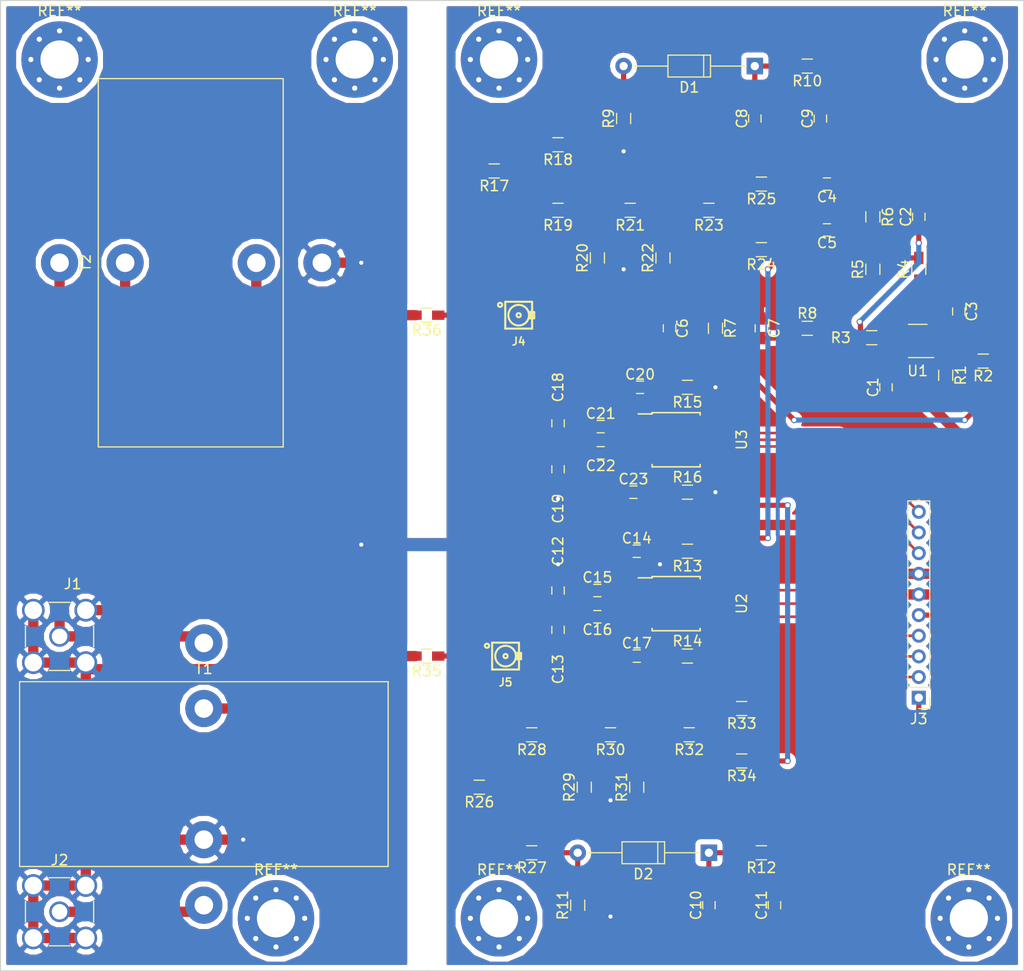
<source format=kicad_pcb>
(kicad_pcb (version 4) (host pcbnew 4.0.6)
  (layers (0 F.Cu signal) (31 B.Cu signal) (35 F.Paste user) (37 F.SilkS user) (39 F.Mask user) (44 Edge.Cuts user))
  (net 0 "")
  (net 1 GND)
  (net 2 +5V)
  (net 3 "Net-(C2-Pad1)")
  (net 4 "Net-(C2-Pad2)")
  (net 5 "Net-(C3-Pad2)")
  (net 6 "Net-(C4-Pad1)")
  (net 7 fwd_preshft)
  (net 8 "Net-(C6-Pad2)")
  (net 9 "Net-(C8-Pad2)")
  (net 10 fwd_pwr)
  (net 11 "Net-(C10-Pad2)")
  (net 12 refl_pwr)
  (net 13 "Net-(C14-Pad1)")
  (net 14 fwd_ref)
  (net 15 "Net-(C15-Pad1)")
  (net 16 "Net-(C16-Pad1)")
  (net 17 "Net-(C17-Pad1)")
  (net 18 refl_ref)
  (net 19 "Net-(C20-Pad1)")
  (net 20 fwd_shft)
  (net 21 "Net-(C21-Pad1)")
  (net 22 "Net-(C22-Pad1)")
  (net 23 "Net-(C23-Pad1)")
  (net 24 refl_shft)
  (net 25 fwd_env)
  (net 26 refl_env)
  (net 27 "Net-(J1-Pad1)")
  (net 28 "Net-(J2-Pad1)")
  (net 29 mag)
  (net 30 vref)
  (net 31 phase)
  (net 32 shft_mag)
  (net 33 shft_vref)
  (net 34 shft_phase)
  (net 35 "Net-(R1-Pad1)")
  (net 36 "Net-(R1-Pad2)")
  (net 37 "Net-(R17-Pad1)")
  (net 38 fwd)
  (net 39 "Net-(R19-Pad1)")
  (net 40 "Net-(R21-Pad1)")
  (net 41 "Net-(R23-Pad1)")
  (net 42 "Net-(R26-Pad1)")
  (net 43 refl)
  (net 44 "Net-(R28-Pad1)")
  (net 45 "Net-(R30-Pad1)")
  (net 46 "Net-(R32-Pad1)")
  (net 47 "Net-(U2-Pad8)")
  (net 48 "Net-(U2-Pad14)")
  (net 49 "Net-(U3-Pad8)")
  (net 50 "Net-(U3-Pad14)")
  (net 51 "Net-(R35-Pad2)")
  (net 52 "Net-(R36-Pad2)")
  (module Connect_SM:U.FL-COAX (layer F.Cu) (at 151.13 71.12)
    (fp_text reference J4 (at 0 2.54) (layer F.SilkS) (effects (font (size 0.762 0.762) (thickness 0.1524))))
    (fp_text value FWD hide)
    (pad 1 smd rect (at -1.5 0) (size 1 1) (layers F.Cu F.Paste F.Mask) (net 38 fwd))
    (pad 2 smd rect (at 0 -1.5) (size 2.2 1) (layers F.Cu F.Paste F.Mask) (net 1 GND))
    (pad 2 smd rect (at 0 1.5) (size 2.2 1) (layers F.Cu F.Paste F.Mask) (net 1 GND))
  )
  (module Connect_SM:U.FL-COAX (layer F.Cu) (at 149.86 104.14)
    (fp_text reference J5 (at 0 2.54) (layer F.SilkS) (effects (font (size 0.762 0.762) (thickness 0.1524))))
    (fp_text value REFL hide)
    (pad 1 smd rect (at -1.5 0) (size 1 1) (layers F.Cu F.Paste F.Mask) (net 43 refl))
    (pad 2 smd rect (at 0 -1.5) (size 2.2 1) (layers F.Cu F.Paste F.Mask) (net 1 GND))
    (pad 2 smd rect (at 0 1.5) (size 2.2 1) (layers F.Cu F.Paste F.Mask) (net 1 GND))
  )
  (module Capacitors_SMD:C_0603_HandSoldering (layer F.Cu) (at 186.69 78.105 90)
    (fp_text reference C1 (at 0 -1.25 90) (layer F.SilkS))
    (fp_text value 100nF)
    (pad 1 smd rect (at -0.95 0 90) (size 1.2 0.75) (layers F.Cu F.Paste F.Mask) (net 1 GND))
    (pad 2 smd rect (at 0.95 0 90) (size 1.2 0.75) (layers F.Cu F.Paste F.Mask) (net 2 +5V))
  )
  (module Capacitors_SMD:C_0603_HandSoldering (layer F.Cu) (at 189.865 61.595 90)
    (fp_text reference C2 (at 0 -1.25 90) (layer F.SilkS))
    (fp_text value 100nF)
    (pad 1 smd rect (at -0.95 0 90) (size 1.2 0.75) (layers F.Cu F.Paste F.Mask) (net 3 "Net-(C2-Pad1)"))
    (pad 2 smd rect (at 0.95 0 90) (size 1.2 0.75) (layers F.Cu F.Paste F.Mask) (net 4 "Net-(C2-Pad2)"))
  )
  (module Capacitors_SMD:C_0603_HandSoldering (layer F.Cu) (at 193.739941 70.762021 270)
    (fp_text reference C3 (at 0 -1.25 270) (layer F.SilkS))
    (fp_text value 50pF)
    (pad 1 smd rect (at -0.95 0 270) (size 1.2 0.75) (layers F.Cu F.Paste F.Mask) (net 1 GND))
    (pad 2 smd rect (at 0.95 0 270) (size 1.2 0.75) (layers F.Cu F.Paste F.Mask) (net 5 "Net-(C3-Pad2)"))
  )
  (module Capacitors_SMD:C_0603_HandSoldering (layer F.Cu) (at 180.975 58.42 180)
    (fp_text reference C4 (at 0 -1.25 180) (layer F.SilkS))
    (fp_text value 100nF)
    (pad 1 smd rect (at -0.95 0 180) (size 1.2 0.75) (layers F.Cu F.Paste F.Mask) (net 6 "Net-(C4-Pad1)"))
    (pad 2 smd rect (at 0.95 0 180) (size 1.2 0.75) (layers F.Cu F.Paste F.Mask) (net 7 fwd_preshft))
  )
  (module Capacitors_SMD:C_0603_HandSoldering (layer F.Cu) (at 180.975 62.865 180)
    (fp_text reference C5 (at 0 -1.25 180) (layer F.SilkS))
    (fp_text value 10nF)
    (pad 1 smd rect (at -0.95 0 180) (size 1.2 0.75) (layers F.Cu F.Paste F.Mask) (net 6 "Net-(C4-Pad1)"))
    (pad 2 smd rect (at 0.95 0 180) (size 1.2 0.75) (layers F.Cu F.Paste F.Mask) (net 7 fwd_preshft))
  )
  (module Capacitors_SMD:C_0603_HandSoldering (layer F.Cu) (at 165.735 72.39 270)
    (fp_text reference C6 (at 0 -1.25 270) (layer F.SilkS))
    (fp_text value 10nF)
    (pad 1 smd rect (at -0.95 0 270) (size 1.2 0.75) (layers F.Cu F.Paste F.Mask) (net 1 GND))
    (pad 2 smd rect (at 0.95 0 270) (size 1.2 0.75) (layers F.Cu F.Paste F.Mask) (net 8 "Net-(C6-Pad2)"))
  )
  (module Capacitors_SMD:C_0603_HandSoldering (layer F.Cu) (at 174.625 72.39 270)
    (fp_text reference C7 (at 0 -1.25 270) (layer F.SilkS))
    (fp_text value 100nF)
    (pad 1 smd rect (at -0.95 0 270) (size 1.2 0.75) (layers F.Cu F.Paste F.Mask) (net 1 GND))
    (pad 2 smd rect (at 0.95 0 270) (size 1.2 0.75) (layers F.Cu F.Paste F.Mask) (net 8 "Net-(C6-Pad2)"))
  )
  (module Capacitors_SMD:C_0603_HandSoldering (layer F.Cu) (at 173.99 52.07 90)
    (fp_text reference C8 (at 0 -1.25 90) (layer F.SilkS))
    (fp_text value 100nF)
    (pad 1 smd rect (at -0.95 0 90) (size 1.2 0.75) (layers F.Cu F.Paste F.Mask) (net 1 GND))
    (pad 2 smd rect (at 0.95 0 90) (size 1.2 0.75) (layers F.Cu F.Paste F.Mask) (net 9 "Net-(C8-Pad2)"))
  )
  (module Capacitors_SMD:C_0603_HandSoldering (layer F.Cu) (at 180.34 52.07 90)
    (fp_text reference C9 (at 0 -1.25 90) (layer F.SilkS))
    (fp_text value 100nF)
    (pad 1 smd rect (at -0.95 0 90) (size 1.2 0.75) (layers F.Cu F.Paste F.Mask) (net 1 GND))
    (pad 2 smd rect (at 0.95 0 90) (size 1.2 0.75) (layers F.Cu F.Paste F.Mask) (net 10 fwd_pwr))
  )
  (module Capacitors_SMD:C_0603_HandSoldering (layer F.Cu) (at 169.545 128.27 90)
    (fp_text reference C10 (at 0 -1.25 90) (layer F.SilkS))
    (fp_text value 100nF)
    (pad 1 smd rect (at -0.95 0 90) (size 1.2 0.75) (layers F.Cu F.Paste F.Mask) (net 1 GND))
    (pad 2 smd rect (at 0.95 0 90) (size 1.2 0.75) (layers F.Cu F.Paste F.Mask) (net 11 "Net-(C10-Pad2)"))
  )
  (module Capacitors_SMD:C_0603_HandSoldering (layer F.Cu) (at 175.895 128.27 90)
    (fp_text reference C11 (at 0 -1.25 90) (layer F.SilkS))
    (fp_text value 100nF)
    (pad 1 smd rect (at -0.95 0 90) (size 1.2 0.75) (layers F.Cu F.Paste F.Mask) (net 1 GND))
    (pad 2 smd rect (at 0.95 0 90) (size 1.2 0.75) (layers F.Cu F.Paste F.Mask) (net 12 refl_pwr))
  )
  (module Capacitors_SMD:C_0603_HandSoldering (layer F.Cu) (at 154.94 97.79 270)
    (fp_text reference C12 (at -3.81 0 270) (layer F.SilkS))
    (fp_text value 100pF)
    (pad 1 smd rect (at -0.95 0 270) (size 1.2 0.75) (layers F.Cu F.Paste F.Mask) (net 1 GND))
    (pad 2 smd rect (at 0.95 0 270) (size 1.2 0.75) (layers F.Cu F.Paste F.Mask) (net 2 +5V))
  )
  (module Capacitors_SMD:C_0603_HandSoldering (layer F.Cu) (at 154.94 101.6 90)
    (fp_text reference C13 (at -3.81 0 90) (layer F.SilkS))
    (fp_text value 100nF)
    (pad 1 smd rect (at -0.95 0 90) (size 1.2 0.75) (layers F.Cu F.Paste F.Mask) (net 1 GND))
    (pad 2 smd rect (at 0.95 0 90) (size 1.2 0.75) (layers F.Cu F.Paste F.Mask) (net 2 +5V))
  )
  (module Capacitors_SMD:C_0603_HandSoldering (layer F.Cu) (at 162.56 93.98)
    (fp_text reference C14 (at 0 -1.25) (layer F.SilkS))
    (fp_text value 1nF)
    (pad 1 smd rect (at -0.95 0) (size 1.2 0.75) (layers F.Cu F.Paste F.Mask) (net 13 "Net-(C14-Pad1)"))
    (pad 2 smd rect (at 0.95 0) (size 1.2 0.75) (layers F.Cu F.Paste F.Mask) (net 14 fwd_ref))
  )
  (module Capacitors_SMD:C_0603_HandSoldering (layer F.Cu) (at 158.75 97.79 180)
    (fp_text reference C15 (at 0 1.27 180) (layer F.SilkS))
    (fp_text value 1nF)
    (pad 1 smd rect (at -0.95 0 180) (size 1.2 0.75) (layers F.Cu F.Paste F.Mask) (net 15 "Net-(C15-Pad1)"))
    (pad 2 smd rect (at 0.95 0 180) (size 1.2 0.75) (layers F.Cu F.Paste F.Mask) (net 1 GND))
  )
  (module Capacitors_SMD:C_0603_HandSoldering (layer F.Cu) (at 158.75 100.33 180)
    (fp_text reference C16 (at 0 -1.25 180) (layer F.SilkS))
    (fp_text value 1nF)
    (pad 1 smd rect (at -0.95 0 180) (size 1.2 0.75) (layers F.Cu F.Paste F.Mask) (net 16 "Net-(C16-Pad1)"))
    (pad 2 smd rect (at 0.95 0 180) (size 1.2 0.75) (layers F.Cu F.Paste F.Mask) (net 1 GND))
  )
  (module Capacitors_SMD:C_0603_HandSoldering (layer F.Cu) (at 162.56 104.14)
    (fp_text reference C17 (at 0 -1.25) (layer F.SilkS))
    (fp_text value 1nF)
    (pad 1 smd rect (at -0.95 0) (size 1.2 0.75) (layers F.Cu F.Paste F.Mask) (net 17 "Net-(C17-Pad1)"))
    (pad 2 smd rect (at 0.95 0) (size 1.2 0.75) (layers F.Cu F.Paste F.Mask) (net 18 refl_ref))
  )
  (module Capacitors_SMD:C_0603_HandSoldering (layer F.Cu) (at 154.94 81.595 270)
    (fp_text reference C18 (at -3.49 0 270) (layer F.SilkS))
    (fp_text value 100pF)
    (pad 1 smd rect (at -0.95 0 270) (size 1.2 0.75) (layers F.Cu F.Paste F.Mask) (net 1 GND))
    (pad 2 smd rect (at 0.95 0 270) (size 1.2 0.75) (layers F.Cu F.Paste F.Mask) (net 2 +5V))
  )
  (module Capacitors_SMD:C_0603_HandSoldering (layer F.Cu) (at 154.94 86.045 90)
    (fp_text reference C19 (at -3.81 0 90) (layer F.SilkS))
    (fp_text value 100nF)
    (pad 1 smd rect (at -0.95 0 90) (size 1.2 0.75) (layers F.Cu F.Paste F.Mask) (net 1 GND))
    (pad 2 smd rect (at 0.95 0 90) (size 1.2 0.75) (layers F.Cu F.Paste F.Mask) (net 2 +5V))
  )
  (module Capacitors_SMD:C_0603_HandSoldering (layer F.Cu) (at 162.88 78.105)
    (fp_text reference C20 (at 0 -1.25) (layer F.SilkS))
    (fp_text value 1nF)
    (pad 1 smd rect (at -0.95 0) (size 1.2 0.75) (layers F.Cu F.Paste F.Mask) (net 19 "Net-(C20-Pad1)"))
    (pad 2 smd rect (at 0.95 0) (size 1.2 0.75) (layers F.Cu F.Paste F.Mask) (net 20 fwd_shft))
  )
  (module Capacitors_SMD:C_0603_HandSoldering (layer F.Cu) (at 159.07 81.915 180)
    (fp_text reference C21 (at 0 1.27 180) (layer F.SilkS))
    (fp_text value 1nF)
    (pad 1 smd rect (at -0.95 0 180) (size 1.2 0.75) (layers F.Cu F.Paste F.Mask) (net 21 "Net-(C21-Pad1)"))
    (pad 2 smd rect (at 0.95 0 180) (size 1.2 0.75) (layers F.Cu F.Paste F.Mask) (net 1 GND))
  )
  (module Capacitors_SMD:C_0603_HandSoldering (layer F.Cu) (at 159.07 84.455 180)
    (fp_text reference C22 (at 0 -1.25 180) (layer F.SilkS))
    (fp_text value 1nF)
    (pad 1 smd rect (at -0.95 0 180) (size 1.2 0.75) (layers F.Cu F.Paste F.Mask) (net 22 "Net-(C22-Pad1)"))
    (pad 2 smd rect (at 0.95 0 180) (size 1.2 0.75) (layers F.Cu F.Paste F.Mask) (net 1 GND))
  )
  (module Capacitors_SMD:C_0603_HandSoldering (layer F.Cu) (at 162.24 88.265)
    (fp_text reference C23 (at 0 -1.27) (layer F.SilkS))
    (fp_text value 1nF)
    (pad 1 smd rect (at -0.95 0) (size 1.2 0.75) (layers F.Cu F.Paste F.Mask) (net 23 "Net-(C23-Pad1)"))
    (pad 2 smd rect (at 0.95 0) (size 1.2 0.75) (layers F.Cu F.Paste F.Mask) (net 24 refl_shft))
  )
  (module Diodes_THT:D_DO-35_SOD27_P12.70mm_Horizontal (layer F.Cu) (at 173.99 46.99 180)
    (fp_text reference D1 (at 6.35 -2.06 180) (layer F.SilkS))
    (fp_text value 1N5711)
    (pad 1 thru_hole rect (at 0 0 180) (size 1.6 1.6) (drill 0.8) (layers *.Cu *.Mask) (net 9 "Net-(C8-Pad2)"))
    (pad 2 thru_hole oval (at 12.7 0 180) (size 1.6 1.6) (drill 0.8) (layers *.Cu *.Mask) (net 25 fwd_env))
  )
  (module Diodes_THT:D_DO-35_SOD27_P12.70mm_Horizontal (layer F.Cu) (at 169.545 123.19 180)
    (fp_text reference D2 (at 6.35 -2.06 180) (layer F.SilkS))
    (fp_text value 1N5711)
    (pad 1 thru_hole rect (at 0 0 180) (size 1.6 1.6) (drill 0.8) (layers *.Cu *.Mask) (net 11 "Net-(C10-Pad2)"))
    (pad 2 thru_hole oval (at 12.7 0 180) (size 1.6 1.6) (drill 0.8) (layers *.Cu *.Mask) (net 26 refl_env))
  )
  (module Connectors:SMA_THT_Jack_Straight (layer F.Cu) (at 106.68 102.235)
    (fp_text reference J1 (at 1.27 -5.08) (layer F.SilkS))
    (fp_text value TX)
    (pad 2 thru_hole circle (at -2.54 2.54) (size 2.2 2.2) (drill 1.7) (layers *.Cu *.Mask) (net 1 GND))
    (pad 2 thru_hole circle (at -2.54 -2.54) (size 2.2 2.2) (drill 1.7) (layers *.Cu *.Mask) (net 1 GND))
    (pad 2 thru_hole circle (at 2.54 -2.54) (size 2.2 2.2) (drill 1.7) (layers *.Cu *.Mask) (net 1 GND))
    (pad 2 thru_hole circle (at 2.54 2.54) (size 2.2 2.2) (drill 1.7) (layers *.Cu *.Mask) (net 1 GND))
    (pad 1 thru_hole circle (at 0 0) (size 2 2) (drill 1.5) (layers *.Cu *.Mask) (net 27 "Net-(J1-Pad1)"))
  )
  (module Connectors:SMA_THT_Jack_Straight (layer F.Cu) (at 106.68 128.905)
    (fp_text reference J2 (at 0 -5) (layer F.SilkS))
    (fp_text value ANT)
    (pad 2 thru_hole circle (at -2.54 2.54) (size 2.2 2.2) (drill 1.7) (layers *.Cu *.Mask) (net 1 GND))
    (pad 2 thru_hole circle (at -2.54 -2.54) (size 2.2 2.2) (drill 1.7) (layers *.Cu *.Mask) (net 1 GND))
    (pad 2 thru_hole circle (at 2.54 -2.54) (size 2.2 2.2) (drill 1.7) (layers *.Cu *.Mask) (net 1 GND))
    (pad 2 thru_hole circle (at 2.54 2.54) (size 2.2 2.2) (drill 1.7) (layers *.Cu *.Mask) (net 1 GND))
    (pad 1 thru_hole circle (at 0 0) (size 2 2) (drill 1.5) (layers *.Cu *.Mask) (net 28 "Net-(J2-Pad1)"))
  )
  (module Pin_Headers:Pin_Header_Straight_1x10_Pitch2.00mm (layer F.Cu) (at 189.865 108.17 180)
    (fp_text reference J3 (at 0 -2.06 180) (layer F.SilkS))
    (fp_text value CONN_01X10)
    (pad 1 thru_hole rect (at 0 0 180) (size 1.35 1.35) (drill 0.8) (layers *.Cu *.Mask) (net 12 refl_pwr))
    (pad 2 thru_hole oval (at 0 2 180) (size 1.35 1.35) (drill 0.8) (layers *.Cu *.Mask) (net 31 phase))
    (pad 3 thru_hole oval (at 0 4 180) (size 1.35 1.35) (drill 0.8) (layers *.Cu *.Mask) (net 30 vref))
    (pad 4 thru_hole oval (at 0 6 180) (size 1.35 1.35) (drill 0.8) (layers *.Cu *.Mask) (net 29 mag))
    (pad 5 thru_hole oval (at 0 8 180) (size 1.35 1.35) (drill 0.8) (layers *.Cu *.Mask) (net 10 fwd_pwr))
    (pad 6 thru_hole oval (at 0 10 180) (size 1.35 1.35) (drill 0.8) (layers *.Cu *.Mask) (net 2 +5V))
    (pad 7 thru_hole oval (at 0 12 180) (size 1.35 1.35) (drill 0.8) (layers *.Cu *.Mask) (net 1 GND))
    (pad 8 thru_hole oval (at 0 14 180) (size 1.35 1.35) (drill 0.8) (layers *.Cu *.Mask) (net 34 shft_phase))
    (pad 9 thru_hole oval (at 0 16 180) (size 1.35 1.35) (drill 0.8) (layers *.Cu *.Mask) (net 33 shft_vref))
    (pad 10 thru_hole oval (at 0 18 180) (size 1.35 1.35) (drill 0.8) (layers *.Cu *.Mask) (net 32 shft_mag))
  )
  (module Resistors_SMD:R_0603_HandSoldering (layer F.Cu) (at 192.469941 76.942021 270)
    (fp_text reference R1 (at 0 -1.45 270) (layer F.SilkS))
    (fp_text value 510Ω)
    (pad 1 smd rect (at -1.1 0 270) (size 1.2 0.9) (layers F.Cu F.Paste F.Mask) (net 35 "Net-(R1-Pad1)"))
    (pad 2 smd rect (at 1.1 0 270) (size 1.2 0.9) (layers F.Cu F.Paste F.Mask) (net 36 "Net-(R1-Pad2)"))
  )
  (module Resistors_SMD:R_0603 (layer F.Cu) (at 196.1 75.565 180)
    (fp_text reference R2 (at 0 -1.45 180) (layer F.SilkS))
    (fp_text value 49.9Ω)
    (pad 1 smd rect (at -0.75 0 180) (size 0.5 0.9) (layers F.Cu F.Paste F.Mask) (net 20 fwd_shft))
    (pad 2 smd rect (at 0.75 0 180) (size 0.5 0.9) (layers F.Cu F.Paste F.Mask) (net 35 "Net-(R1-Pad1)"))
  )
  (module Resistors_SMD:R_0603_HandSoldering (layer F.Cu) (at 185.314941 73.302021 180)
    (fp_text reference R3 (at 3.005 0 180) (layer F.SilkS))
    (fp_text value 470Ω)
    (pad 1 smd rect (at -1.1 0 180) (size 1.2 0.9) (layers F.Cu F.Paste F.Mask) (net 36 "Net-(R1-Pad2)"))
    (pad 2 smd rect (at 1.1 0 180) (size 1.2 0.9) (layers F.Cu F.Paste F.Mask) (net 3 "Net-(C2-Pad1)"))
  )
  (module Resistors_SMD:R_0603_HandSoldering (layer F.Cu) (at 189.865 66.675 90)
    (fp_text reference R4 (at 0 -1.45 90) (layer F.SilkS))
    (fp_text value 100Ω)
    (pad 1 smd rect (at -1.1 0 90) (size 1.2 0.9) (layers F.Cu F.Paste F.Mask) (net 5 "Net-(C3-Pad2)"))
    (pad 2 smd rect (at 1.1 0 90) (size 1.2 0.9) (layers F.Cu F.Paste F.Mask) (net 4 "Net-(C2-Pad2)"))
  )
  (module Resistors_SMD:R_0603_HandSoldering (layer F.Cu) (at 185.42 66.675 90)
    (fp_text reference R5 (at 0 -1.45 90) (layer F.SilkS))
    (fp_text value 22Ω)
    (pad 1 smd rect (at -1.1 0 90) (size 1.2 0.9) (layers F.Cu F.Paste F.Mask) (net 8 "Net-(C6-Pad2)"))
    (pad 2 smd rect (at 1.1 0 90) (size 1.2 0.9) (layers F.Cu F.Paste F.Mask) (net 4 "Net-(C2-Pad2)"))
  )
  (module Resistors_SMD:R_0603_HandSoldering (layer F.Cu) (at 185.42 61.595 270)
    (fp_text reference R6 (at 0 -1.45 270) (layer F.SilkS))
    (fp_text value 33Ω)
    (pad 1 smd rect (at -1.1 0 270) (size 1.2 0.9) (layers F.Cu F.Paste F.Mask) (net 4 "Net-(C2-Pad2)"))
    (pad 2 smd rect (at 1.1 0 270) (size 1.2 0.9) (layers F.Cu F.Paste F.Mask) (net 6 "Net-(C4-Pad1)"))
  )
  (module Resistors_SMD:R_0603_HandSoldering (layer F.Cu) (at 170.18 72.39 270)
    (fp_text reference R7 (at 0 -1.45 270) (layer F.SilkS))
    (fp_text value 1KΩ)
    (pad 1 smd rect (at -1.1 0 270) (size 1.2 0.9) (layers F.Cu F.Paste F.Mask) (net 1 GND))
    (pad 2 smd rect (at 1.1 0 270) (size 1.2 0.9) (layers F.Cu F.Paste F.Mask) (net 8 "Net-(C6-Pad2)"))
  )
  (module Resistors_SMD:R_0603_HandSoldering (layer F.Cu) (at 179.07 72.39)
    (fp_text reference R8 (at 0 -1.45) (layer F.SilkS))
    (fp_text value 1KΩ)
    (pad 1 smd rect (at -1.1 0) (size 1.2 0.9) (layers F.Cu F.Paste F.Mask) (net 8 "Net-(C6-Pad2)"))
    (pad 2 smd rect (at 1.1 0) (size 1.2 0.9) (layers F.Cu F.Paste F.Mask) (net 2 +5V))
  )
  (module Resistors_SMD:R_0603_HandSoldering (layer F.Cu) (at 161.29 52.07 90)
    (fp_text reference R9 (at 0 -1.45 90) (layer F.SilkS))
    (fp_text value 51Ω)
    (pad 1 smd rect (at -1.1 0 90) (size 1.2 0.9) (layers F.Cu F.Paste F.Mask) (net 1 GND))
    (pad 2 smd rect (at 1.1 0 90) (size 1.2 0.9) (layers F.Cu F.Paste F.Mask) (net 25 fwd_env))
  )
  (module Resistors_SMD:R_0603_HandSoldering (layer F.Cu) (at 179.07 46.99 180)
    (fp_text reference R10 (at 0 -1.45 180) (layer F.SilkS))
    (fp_text value 100KΩ)
    (pad 1 smd rect (at -1.1 0 180) (size 1.2 0.9) (layers F.Cu F.Paste F.Mask) (net 10 fwd_pwr))
    (pad 2 smd rect (at 1.1 0 180) (size 1.2 0.9) (layers F.Cu F.Paste F.Mask) (net 9 "Net-(C8-Pad2)"))
  )
  (module Resistors_SMD:R_0603_HandSoldering (layer F.Cu) (at 156.845 128.27 90)
    (fp_text reference R11 (at 0 -1.45 90) (layer F.SilkS))
    (fp_text value 51Ω)
    (pad 1 smd rect (at -1.1 0 90) (size 1.2 0.9) (layers F.Cu F.Paste F.Mask) (net 1 GND))
    (pad 2 smd rect (at 1.1 0 90) (size 1.2 0.9) (layers F.Cu F.Paste F.Mask) (net 26 refl_env))
  )
  (module Resistors_SMD:R_0603_HandSoldering (layer F.Cu) (at 174.625 123.19 180)
    (fp_text reference R12 (at 0 -1.45 180) (layer F.SilkS))
    (fp_text value 100KΩ)
    (pad 1 smd rect (at -1.1 0 180) (size 1.2 0.9) (layers F.Cu F.Paste F.Mask) (net 12 refl_pwr))
    (pad 2 smd rect (at 1.1 0 180) (size 1.2 0.9) (layers F.Cu F.Paste F.Mask) (net 11 "Net-(C10-Pad2)"))
  )
  (module Resistors_SMD:R_0603_HandSoldering (layer F.Cu) (at 167.47 93.98 180)
    (fp_text reference R13 (at 0 -1.45 180) (layer F.SilkS))
    (fp_text value 52.3Ω)
    (pad 1 smd rect (at -1.1 0 180) (size 1.2 0.9) (layers F.Cu F.Paste F.Mask) (net 1 GND))
    (pad 2 smd rect (at 1.1 0 180) (size 1.2 0.9) (layers F.Cu F.Paste F.Mask) (net 14 fwd_ref))
  )
  (module Resistors_SMD:R_0603_HandSoldering (layer F.Cu) (at 167.47 104.14)
    (fp_text reference R14 (at 0 -1.45) (layer F.SilkS))
    (fp_text value 52.3Ω)
    (pad 1 smd rect (at -1.1 0) (size 1.2 0.9) (layers F.Cu F.Paste F.Mask) (net 18 refl_ref))
    (pad 2 smd rect (at 1.1 0) (size 1.2 0.9) (layers F.Cu F.Paste F.Mask) (net 1 GND))
  )
  (module Resistors_SMD:R_0603_HandSoldering (layer F.Cu) (at 167.47 78.105 180)
    (fp_text reference R15 (at 0 -1.45 180) (layer F.SilkS))
    (fp_text value 52.3Ω)
    (pad 1 smd rect (at -1.1 0 180) (size 1.2 0.9) (layers F.Cu F.Paste F.Mask) (net 1 GND))
    (pad 2 smd rect (at 1.1 0 180) (size 1.2 0.9) (layers F.Cu F.Paste F.Mask) (net 20 fwd_shft))
  )
  (module Resistors_SMD:R_0603_HandSoldering (layer F.Cu) (at 167.47 88.265)
    (fp_text reference R16 (at 0 -1.45) (layer F.SilkS))
    (fp_text value 52.3Ω)
    (pad 1 smd rect (at -1.1 0) (size 1.2 0.9) (layers F.Cu F.Paste F.Mask) (net 24 refl_shft))
    (pad 2 smd rect (at 1.1 0) (size 1.2 0.9) (layers F.Cu F.Paste F.Mask) (net 1 GND))
  )
  (module Resistors_SMD:R_0603_HandSoldering (layer F.Cu) (at 148.76 57.15 180)
    (fp_text reference R17 (at 0 -1.45 180) (layer F.SilkS))
    (fp_text value 16.9Ω)
    (pad 1 smd rect (at -1.1 0 180) (size 1.2 0.9) (layers F.Cu F.Paste F.Mask) (net 37 "Net-(R17-Pad1)"))
    (pad 2 smd rect (at 1.1 0 180) (size 1.2 0.9) (layers F.Cu F.Paste F.Mask) (net 38 fwd))
  )
  (module Resistors_SMD:R_0603_HandSoldering (layer F.Cu) (at 154.94 54.61 180)
    (fp_text reference R18 (at 0 -1.45 180) (layer F.SilkS))
    (fp_text value 16.5Ω)
    (pad 1 smd rect (at -1.1 0 180) (size 1.2 0.9) (layers F.Cu F.Paste F.Mask) (net 25 fwd_env))
    (pad 2 smd rect (at 1.1 0 180) (size 1.2 0.9) (layers F.Cu F.Paste F.Mask) (net 37 "Net-(R17-Pad1)"))
  )
  (module Resistors_SMD:R_0603_HandSoldering (layer F.Cu) (at 154.94 60.96 180)
    (fp_text reference R19 (at 0 -1.45 180) (layer F.SilkS))
    (fp_text value 16.5Ω)
    (pad 1 smd rect (at -1.1 0 180) (size 1.2 0.9) (layers F.Cu F.Paste F.Mask) (net 39 "Net-(R19-Pad1)"))
    (pad 2 smd rect (at 1.1 0 180) (size 1.2 0.9) (layers F.Cu F.Paste F.Mask) (net 37 "Net-(R17-Pad1)"))
  )
  (module Resistors_SMD:R_0603_HandSoldering (layer F.Cu) (at 158.75 65.575 90)
    (fp_text reference R20 (at 0 -1.45 90) (layer F.SilkS))
    (fp_text value 52.3Ω)
    (pad 1 smd rect (at -1.1 0 90) (size 1.2 0.9) (layers F.Cu F.Paste F.Mask) (net 1 GND))
    (pad 2 smd rect (at 1.1 0 90) (size 1.2 0.9) (layers F.Cu F.Paste F.Mask) (net 39 "Net-(R19-Pad1)"))
  )
  (module Resistors_SMD:R_0603_HandSoldering (layer F.Cu) (at 161.925 60.96 180)
    (fp_text reference R21 (at 0 -1.45 180) (layer F.SilkS))
    (fp_text value 115Ω)
    (pad 1 smd rect (at -1.1 0 180) (size 1.2 0.9) (layers F.Cu F.Paste F.Mask) (net 40 "Net-(R21-Pad1)"))
    (pad 2 smd rect (at 1.1 0 180) (size 1.2 0.9) (layers F.Cu F.Paste F.Mask) (net 39 "Net-(R19-Pad1)"))
  )
  (module Resistors_SMD:R_0603_HandSoldering (layer F.Cu) (at 165.1 65.575 90)
    (fp_text reference R22 (at 0 -1.45 90) (layer F.SilkS))
    (fp_text value 52.3Ω)
    (pad 1 smd rect (at -1.1 0 90) (size 1.2 0.9) (layers F.Cu F.Paste F.Mask) (net 1 GND))
    (pad 2 smd rect (at 1.1 0 90) (size 1.2 0.9) (layers F.Cu F.Paste F.Mask) (net 40 "Net-(R21-Pad1)"))
  )
  (module Resistors_SMD:R_0603_HandSoldering (layer F.Cu) (at 169.545 60.96 180)
    (fp_text reference R23 (at 0 -1.45 180) (layer F.SilkS))
    (fp_text value 16.9Ω)
    (pad 1 smd rect (at -1.1 0 180) (size 1.2 0.9) (layers F.Cu F.Paste F.Mask) (net 41 "Net-(R23-Pad1)"))
    (pad 2 smd rect (at 1.1 0 180) (size 1.2 0.9) (layers F.Cu F.Paste F.Mask) (net 40 "Net-(R21-Pad1)"))
  )
  (module Resistors_SMD:R_0603_HandSoldering (layer F.Cu) (at 174.625 64.77 180)
    (fp_text reference R24 (at 0 -1.45 180) (layer F.SilkS))
    (fp_text value 16.5Ω)
    (pad 1 smd rect (at -1.1 0 180) (size 1.2 0.9) (layers F.Cu F.Paste F.Mask) (net 14 fwd_ref))
    (pad 2 smd rect (at 1.1 0 180) (size 1.2 0.9) (layers F.Cu F.Paste F.Mask) (net 41 "Net-(R23-Pad1)"))
  )
  (module Resistors_SMD:R_0603_HandSoldering (layer F.Cu) (at 174.625 58.42 180)
    (fp_text reference R25 (at 0 -1.45 180) (layer F.SilkS))
    (fp_text value 16.5Ω)
    (pad 1 smd rect (at -1.1 0 180) (size 1.2 0.9) (layers F.Cu F.Paste F.Mask) (net 7 fwd_preshft))
    (pad 2 smd rect (at 1.1 0 180) (size 1.2 0.9) (layers F.Cu F.Paste F.Mask) (net 41 "Net-(R23-Pad1)"))
  )
  (module Resistors_SMD:R_0603_HandSoldering (layer F.Cu) (at 147.32 116.84 180)
    (fp_text reference R26 (at 0 -1.45 180) (layer F.SilkS))
    (fp_text value 16.9Ω)
    (pad 1 smd rect (at -1.1 0 180) (size 1.2 0.9) (layers F.Cu F.Paste F.Mask) (net 42 "Net-(R26-Pad1)"))
    (pad 2 smd rect (at 1.1 0 180) (size 1.2 0.9) (layers F.Cu F.Paste F.Mask) (net 43 refl))
  )
  (module Resistors_SMD:R_0603_HandSoldering (layer F.Cu) (at 152.4 123.19 180)
    (fp_text reference R27 (at 0 -1.45 180) (layer F.SilkS))
    (fp_text value 16.5Ω)
    (pad 1 smd rect (at -1.1 0 180) (size 1.2 0.9) (layers F.Cu F.Paste F.Mask) (net 26 refl_env))
    (pad 2 smd rect (at 1.1 0 180) (size 1.2 0.9) (layers F.Cu F.Paste F.Mask) (net 42 "Net-(R26-Pad1)"))
  )
  (module Resistors_SMD:R_0603_HandSoldering (layer F.Cu) (at 152.4 111.76 180)
    (fp_text reference R28 (at 0 -1.45 180) (layer F.SilkS))
    (fp_text value 16.5Ω)
    (pad 1 smd rect (at -1.1 0 180) (size 1.2 0.9) (layers F.Cu F.Paste F.Mask) (net 44 "Net-(R28-Pad1)"))
    (pad 2 smd rect (at 1.1 0 180) (size 1.2 0.9) (layers F.Cu F.Paste F.Mask) (net 42 "Net-(R26-Pad1)"))
  )
  (module Resistors_SMD:R_0603_HandSoldering (layer F.Cu) (at 157.48 116.84 90)
    (fp_text reference R29 (at 0 -1.45 90) (layer F.SilkS))
    (fp_text value 52.3Ω)
    (pad 1 smd rect (at -1.1 0 90) (size 1.2 0.9) (layers F.Cu F.Paste F.Mask) (net 1 GND))
    (pad 2 smd rect (at 1.1 0 90) (size 1.2 0.9) (layers F.Cu F.Paste F.Mask) (net 44 "Net-(R28-Pad1)"))
  )
  (module Resistors_SMD:R_0603_HandSoldering (layer F.Cu) (at 160.02 111.76 180)
    (fp_text reference R30 (at 0 -1.45 180) (layer F.SilkS))
    (fp_text value 115Ω)
    (pad 1 smd rect (at -1.1 0 180) (size 1.2 0.9) (layers F.Cu F.Paste F.Mask) (net 45 "Net-(R30-Pad1)"))
    (pad 2 smd rect (at 1.1 0 180) (size 1.2 0.9) (layers F.Cu F.Paste F.Mask) (net 44 "Net-(R28-Pad1)"))
  )
  (module Resistors_SMD:R_0603_HandSoldering (layer F.Cu) (at 162.56 116.84 90)
    (fp_text reference R31 (at 0 -1.45 90) (layer F.SilkS))
    (fp_text value 52.3Ω)
    (pad 1 smd rect (at -1.1 0 90) (size 1.2 0.9) (layers F.Cu F.Paste F.Mask) (net 1 GND))
    (pad 2 smd rect (at 1.1 0 90) (size 1.2 0.9) (layers F.Cu F.Paste F.Mask) (net 45 "Net-(R30-Pad1)"))
  )
  (module Resistors_SMD:R_0603_HandSoldering (layer F.Cu) (at 167.64 111.76 180)
    (fp_text reference R32 (at 0 -1.45 180) (layer F.SilkS))
    (fp_text value 16.9Ω)
    (pad 1 smd rect (at -1.1 0 180) (size 1.2 0.9) (layers F.Cu F.Paste F.Mask) (net 46 "Net-(R32-Pad1)"))
    (pad 2 smd rect (at 1.1 0 180) (size 1.2 0.9) (layers F.Cu F.Paste F.Mask) (net 45 "Net-(R30-Pad1)"))
  )
  (module Resistors_SMD:R_0603_HandSoldering (layer F.Cu) (at 172.72 109.22 180)
    (fp_text reference R33 (at 0 -1.45 180) (layer F.SilkS))
    (fp_text value 16.5Ω)
    (pad 1 smd rect (at -1.1 0 180) (size 1.2 0.9) (layers F.Cu F.Paste F.Mask) (net 18 refl_ref))
    (pad 2 smd rect (at 1.1 0 180) (size 1.2 0.9) (layers F.Cu F.Paste F.Mask) (net 46 "Net-(R32-Pad1)"))
  )
  (module Resistors_SMD:R_0603_HandSoldering (layer F.Cu) (at 172.72 114.3 180)
    (fp_text reference R34 (at 0 -1.45 180) (layer F.SilkS))
    (fp_text value 16.5Ω)
    (pad 1 smd rect (at -1.1 0 180) (size 1.2 0.9) (layers F.Cu F.Paste F.Mask) (net 24 refl_shft))
    (pad 2 smd rect (at 1.1 0 180) (size 1.2 0.9) (layers F.Cu F.Paste F.Mask) (net 46 "Net-(R32-Pad1)"))
  )
  (module My_Coils:L_Toroid_Vertical_L35.6mm_W17.8mm_P12.70mm_Pulse_E_transform (layer F.Cu) (at 120.65 109.22)
    (fp_text reference T1 (at 0 -3.85) (layer F.SilkS))
    (fp_text value 1:12)
    (pad 4 thru_hole circle (at 0 12.7) (size 3.6 3.6) (drill 1.8) (layers *.Cu *.Mask) (net 1 GND))
    (pad 3 thru_hole circle (at 0 0) (size 3.6 3.6) (drill 1.8) (layers *.Cu *.Mask) (net 51 "Net-(R35-Pad2)"))
    (pad 1 thru_hole circle (at 0 -6.35) (size 3.6 3.6) (drill 1.8) (layers *.Cu *.Mask) (net 27 "Net-(J1-Pad1)"))
    (pad 2 thru_hole circle (at 0 19.05) (size 3.6 3.6) (drill 1.8) (layers *.Cu *.Mask) (net 28 "Net-(J2-Pad1)"))
  )
  (module My_Coils:L_Toroid_Vertical_L35.6mm_W17.8mm_P12.70mm_Pulse_E_transform (layer F.Cu) (at 113.03 66.04 90)
    (fp_text reference T2 (at 0 -3.85 90) (layer F.SilkS))
    (fp_text value 12:1)
    (pad 4 thru_hole circle (at 0 12.7 90) (size 3.6 3.6) (drill 1.8) (layers *.Cu *.Mask) (net 52 "Net-(R36-Pad2)"))
    (pad 3 thru_hole circle (at 0 0 90) (size 3.6 3.6) (drill 1.8) (layers *.Cu *.Mask) (net 51 "Net-(R35-Pad2)"))
    (pad 1 thru_hole circle (at 0 -6.35 90) (size 3.6 3.6) (drill 1.8) (layers *.Cu *.Mask) (net 27 "Net-(J1-Pad1)"))
    (pad 2 thru_hole circle (at 0 19.05 90) (size 3.6 3.6) (drill 1.8) (layers *.Cu *.Mask) (net 1 GND))
  )
  (module TO_SOT_Packages_SMD:SOT-23-6 (layer F.Cu) (at 189.759941 73.617021 180)
    (fp_text reference U1 (at 0 -2.9 180) (layer F.SilkS))
    (fp_text value OPA695)
    (pad 1 smd rect (at -1.1 -0.95 180) (size 1.06 0.65) (layers F.Cu F.Paste F.Mask) (net 35 "Net-(R1-Pad1)"))
    (pad 2 smd rect (at -1.1 0 180) (size 1.06 0.65) (layers F.Cu F.Paste F.Mask) (net 1 GND))
    (pad 3 smd rect (at -1.1 0.95 180) (size 1.06 0.65) (layers F.Cu F.Paste F.Mask) (net 5 "Net-(C3-Pad2)"))
    (pad 4 smd rect (at 1.1 0.95 180) (size 1.06 0.65) (layers F.Cu F.Paste F.Mask) (net 36 "Net-(R1-Pad2)"))
    (pad 6 smd rect (at 1.1 -0.95 180) (size 1.06 0.65) (layers F.Cu F.Paste F.Mask) (net 2 +5V))
    (pad 5 smd rect (at 1.1 0 180) (size 1.06 0.65) (layers F.Cu F.Paste F.Mask) (net 2 +5V))
  )
  (module Housings_SSOP:TSSOP-14_4.4x5mm_Pitch0.65mm (layer F.Cu) (at 166.37 99.06)
    (fp_text reference U2 (at 6.35 0 90) (layer F.SilkS))
    (fp_text value AD8302)
    (pad 1 smd rect (at -2.95 -1.95) (size 1.45 0.45) (layers F.Cu F.Paste F.Mask) (net 1 GND))
    (pad 2 smd rect (at -2.95 -1.3) (size 1.45 0.45) (layers F.Cu F.Paste F.Mask) (net 13 "Net-(C14-Pad1)"))
    (pad 3 smd rect (at -2.95 -0.65) (size 1.45 0.45) (layers F.Cu F.Paste F.Mask) (net 15 "Net-(C15-Pad1)"))
    (pad 4 smd rect (at -2.95 0) (size 1.45 0.45) (layers F.Cu F.Paste F.Mask) (net 2 +5V))
    (pad 5 smd rect (at -2.95 0.65) (size 1.45 0.45) (layers F.Cu F.Paste F.Mask) (net 16 "Net-(C16-Pad1)"))
    (pad 6 smd rect (at -2.95 1.3) (size 1.45 0.45) (layers F.Cu F.Paste F.Mask) (net 17 "Net-(C17-Pad1)"))
    (pad 7 smd rect (at -2.95 1.95) (size 1.45 0.45) (layers F.Cu F.Paste F.Mask) (net 1 GND))
    (pad 8 smd rect (at 2.95 1.95) (size 1.45 0.45) (layers F.Cu F.Paste F.Mask) (net 47 "Net-(U2-Pad8)"))
    (pad 9 smd rect (at 2.95 1.3) (size 1.45 0.45) (layers F.Cu F.Paste F.Mask) (net 31 phase))
    (pad 10 smd rect (at 2.95 0.65) (size 1.45 0.45) (layers F.Cu F.Paste F.Mask) (net 31 phase))
    (pad 11 smd rect (at 2.95 0) (size 1.45 0.45) (layers F.Cu F.Paste F.Mask) (net 30 vref))
    (pad 12 smd rect (at 2.95 -0.65) (size 1.45 0.45) (layers F.Cu F.Paste F.Mask) (net 29 mag))
    (pad 13 smd rect (at 2.95 -1.3) (size 1.45 0.45) (layers F.Cu F.Paste F.Mask) (net 29 mag))
    (pad 14 smd rect (at 2.95 -1.95) (size 1.45 0.45) (layers F.Cu F.Paste F.Mask) (net 48 "Net-(U2-Pad14)"))
  )
  (module Housings_SSOP:TSSOP-14_4.4x5mm_Pitch0.65mm (layer F.Cu) (at 166.37 83.185)
    (fp_text reference U3 (at 6.35 0 90) (layer F.SilkS))
    (fp_text value AD8302)
    (pad 1 smd rect (at -2.95 -1.95) (size 1.45 0.45) (layers F.Cu F.Paste F.Mask) (net 1 GND))
    (pad 2 smd rect (at -2.95 -1.3) (size 1.45 0.45) (layers F.Cu F.Paste F.Mask) (net 19 "Net-(C20-Pad1)"))
    (pad 3 smd rect (at -2.95 -0.65) (size 1.45 0.45) (layers F.Cu F.Paste F.Mask) (net 21 "Net-(C21-Pad1)"))
    (pad 4 smd rect (at -2.95 0) (size 1.45 0.45) (layers F.Cu F.Paste F.Mask) (net 2 +5V))
    (pad 5 smd rect (at -2.95 0.65) (size 1.45 0.45) (layers F.Cu F.Paste F.Mask) (net 22 "Net-(C22-Pad1)"))
    (pad 6 smd rect (at -2.95 1.3) (size 1.45 0.45) (layers F.Cu F.Paste F.Mask) (net 23 "Net-(C23-Pad1)"))
    (pad 7 smd rect (at -2.95 1.95) (size 1.45 0.45) (layers F.Cu F.Paste F.Mask) (net 1 GND))
    (pad 8 smd rect (at 2.95 1.95) (size 1.45 0.45) (layers F.Cu F.Paste F.Mask) (net 49 "Net-(U3-Pad8)"))
    (pad 9 smd rect (at 2.95 1.3) (size 1.45 0.45) (layers F.Cu F.Paste F.Mask) (net 34 shft_phase))
    (pad 10 smd rect (at 2.95 0.65) (size 1.45 0.45) (layers F.Cu F.Paste F.Mask) (net 34 shft_phase))
    (pad 11 smd rect (at 2.95 0) (size 1.45 0.45) (layers F.Cu F.Paste F.Mask) (net 33 shft_vref))
    (pad 12 smd rect (at 2.95 -0.65) (size 1.45 0.45) (layers F.Cu F.Paste F.Mask) (net 32 shft_mag))
    (pad 13 smd rect (at 2.95 -1.3) (size 1.45 0.45) (layers F.Cu F.Paste F.Mask) (net 32 shft_mag))
    (pad 14 smd rect (at 2.95 -1.95) (size 1.45 0.45) (layers F.Cu F.Paste F.Mask) (net 50 "Net-(U3-Pad14)"))
  )
  (module Resistors_SMD:R_0603_HandSoldering (layer F.Cu) (at 142.24 104.14 180)
    (fp_text reference R35 (at 0 -1.45 180) (layer F.SilkS))
    (fp_text value 0Ω)
    (pad 1 smd rect (at -1.1 0 180) (size 1.2 0.9) (layers F.Cu F.Paste F.Mask) (net 43 refl))
    (pad 2 smd rect (at 1.1 0 180) (size 1.2 0.9) (layers F.Cu F.Paste F.Mask) (net 51 "Net-(R35-Pad2)"))
  )
  (module Resistors_SMD:R_0603_HandSoldering (layer F.Cu) (at 142.24 71.12 180)
    (fp_text reference R36 (at 0 -1.45 180) (layer F.SilkS))
    (fp_text value 0Ω)
    (pad 1 smd rect (at -1.1 0 180) (size 1.2 0.9) (layers F.Cu F.Paste F.Mask) (net 38 fwd))
    (pad 2 smd rect (at 1.1 0 180) (size 1.2 0.9) (layers F.Cu F.Paste F.Mask) (net 52 "Net-(R36-Pad2)"))
  )
  (module Panelization:mousebite-double-62-small (layer F.Cu) (at 142.24 74.93)
    (fp_text reference REF** hide)
    (fp_text value VAL** hide)
    (pad "" np_thru_hole circle (at -0.889 0) (size 0.762 0.762) (drill 0.762) (layers *.Cu) (clearance 0.254))
    (pad "" np_thru_hole circle (at -0.889 -1.27) (size 0.762 0.762) (drill 0.762) (layers *.Cu) (clearance 0.254))
    (pad "" np_thru_hole circle (at -0.889 1.27) (size 0.762 0.762) (drill 0.762) (layers *.Cu) (clearance 0.254))
    (pad "" np_thru_hole circle (at 0.889 0) (size 0.762 0.762) (drill 0.762) (layers *.Cu) (clearance 0.254))
    (pad "" np_thru_hole circle (at 0.889 -1.27) (size 0.762 0.762) (drill 0.762) (layers *.Cu) (clearance 0.254))
    (pad "" np_thru_hole circle (at 0.889 1.27) (size 0.762 0.762) (drill 0.762) (layers *.Cu) (clearance 0.254))
  )
  (module Panelization:mousebite-double-62-small (layer F.Cu) (at 142.24 67.31)
    (fp_text reference REF** hide)
    (fp_text value VAL** hide)
    (pad "" np_thru_hole circle (at -0.889 0) (size 0.762 0.762) (drill 0.762) (layers *.Cu) (clearance 0.254))
    (pad "" np_thru_hole circle (at -0.889 -1.27) (size 0.762 0.762) (drill 0.762) (layers *.Cu) (clearance 0.254))
    (pad "" np_thru_hole circle (at -0.889 1.27) (size 0.762 0.762) (drill 0.762) (layers *.Cu) (clearance 0.254))
    (pad "" np_thru_hole circle (at 0.889 0) (size 0.762 0.762) (drill 0.762) (layers *.Cu) (clearance 0.254))
    (pad "" np_thru_hole circle (at 0.889 -1.27) (size 0.762 0.762) (drill 0.762) (layers *.Cu) (clearance 0.254))
    (pad "" np_thru_hole circle (at 0.889 1.27) (size 0.762 0.762) (drill 0.762) (layers *.Cu) (clearance 0.254))
  )
  (module Panelization:mousebite-double-62-small (layer F.Cu) (at 142.24 100.33)
    (fp_text reference REF** hide)
    (fp_text value VAL** hide)
    (pad "" np_thru_hole circle (at -0.889 0) (size 0.762 0.762) (drill 0.762) (layers *.Cu) (clearance 0.254))
    (pad "" np_thru_hole circle (at -0.889 -1.27) (size 0.762 0.762) (drill 0.762) (layers *.Cu) (clearance 0.254))
    (pad "" np_thru_hole circle (at -0.889 1.27) (size 0.762 0.762) (drill 0.762) (layers *.Cu) (clearance 0.254))
    (pad "" np_thru_hole circle (at 0.889 0) (size 0.762 0.762) (drill 0.762) (layers *.Cu) (clearance 0.254))
    (pad "" np_thru_hole circle (at 0.889 -1.27) (size 0.762 0.762) (drill 0.762) (layers *.Cu) (clearance 0.254))
    (pad "" np_thru_hole circle (at 0.889 1.27) (size 0.762 0.762) (drill 0.762) (layers *.Cu) (clearance 0.254))
  )
  (module Panelization:mousebite-double-62-small (layer F.Cu) (at 142.24 107.95)
    (fp_text reference REF** hide)
    (fp_text value VAL** hide)
    (pad "" np_thru_hole circle (at -0.889 0) (size 0.762 0.762) (drill 0.762) (layers *.Cu) (clearance 0.254))
    (pad "" np_thru_hole circle (at -0.889 -1.27) (size 0.762 0.762) (drill 0.762) (layers *.Cu) (clearance 0.254))
    (pad "" np_thru_hole circle (at -0.889 1.27) (size 0.762 0.762) (drill 0.762) (layers *.Cu) (clearance 0.254))
    (pad "" np_thru_hole circle (at 0.889 0) (size 0.762 0.762) (drill 0.762) (layers *.Cu) (clearance 0.254))
    (pad "" np_thru_hole circle (at 0.889 -1.27) (size 0.762 0.762) (drill 0.762) (layers *.Cu) (clearance 0.254))
    (pad "" np_thru_hole circle (at 0.889 1.27) (size 0.762 0.762) (drill 0.762) (layers *.Cu) (clearance 0.254))
  )
  (module Panelization:mousebite-double-62-small (layer F.Cu) (at 142.24 111.76)
    (fp_text reference REF** hide)
    (fp_text value VAL** hide)
    (pad "" np_thru_hole circle (at -0.889 0) (size 0.762 0.762) (drill 0.762) (layers *.Cu) (clearance 0.254))
    (pad "" np_thru_hole circle (at -0.889 -1.27) (size 0.762 0.762) (drill 0.762) (layers *.Cu) (clearance 0.254))
    (pad "" np_thru_hole circle (at -0.889 1.27) (size 0.762 0.762) (drill 0.762) (layers *.Cu) (clearance 0.254))
    (pad "" np_thru_hole circle (at 0.889 0) (size 0.762 0.762) (drill 0.762) (layers *.Cu) (clearance 0.254))
    (pad "" np_thru_hole circle (at 0.889 -1.27) (size 0.762 0.762) (drill 0.762) (layers *.Cu) (clearance 0.254))
    (pad "" np_thru_hole circle (at 0.889 1.27) (size 0.762 0.762) (drill 0.762) (layers *.Cu) (clearance 0.254))
  )
  (module Panelization:mousebite-double-62-small (layer F.Cu) (at 142.24 115.57)
    (fp_text reference REF** hide)
    (fp_text value VAL** hide)
    (pad "" np_thru_hole circle (at -0.889 0) (size 0.762 0.762) (drill 0.762) (layers *.Cu) (clearance 0.254))
    (pad "" np_thru_hole circle (at -0.889 -1.27) (size 0.762 0.762) (drill 0.762) (layers *.Cu) (clearance 0.254))
    (pad "" np_thru_hole circle (at -0.889 1.27) (size 0.762 0.762) (drill 0.762) (layers *.Cu) (clearance 0.254))
    (pad "" np_thru_hole circle (at 0.889 0) (size 0.762 0.762) (drill 0.762) (layers *.Cu) (clearance 0.254))
    (pad "" np_thru_hole circle (at 0.889 -1.27) (size 0.762 0.762) (drill 0.762) (layers *.Cu) (clearance 0.254))
    (pad "" np_thru_hole circle (at 0.889 1.27) (size 0.762 0.762) (drill 0.762) (layers *.Cu) (clearance 0.254))
  )
  (module Panelization:mousebite-double-62-small (layer F.Cu) (at 142.24 119.38)
    (fp_text reference REF** hide)
    (fp_text value VAL** hide)
    (pad "" np_thru_hole circle (at -0.889 0) (size 0.762 0.762) (drill 0.762) (layers *.Cu) (clearance 0.254))
    (pad "" np_thru_hole circle (at -0.889 -1.27) (size 0.762 0.762) (drill 0.762) (layers *.Cu) (clearance 0.254))
    (pad "" np_thru_hole circle (at -0.889 1.27) (size 0.762 0.762) (drill 0.762) (layers *.Cu) (clearance 0.254))
    (pad "" np_thru_hole circle (at 0.889 0) (size 0.762 0.762) (drill 0.762) (layers *.Cu) (clearance 0.254))
    (pad "" np_thru_hole circle (at 0.889 -1.27) (size 0.762 0.762) (drill 0.762) (layers *.Cu) (clearance 0.254))
    (pad "" np_thru_hole circle (at 0.889 1.27) (size 0.762 0.762) (drill 0.762) (layers *.Cu) (clearance 0.254))
  )
  (module Panelization:mousebite-double-62-small (layer F.Cu) (at 142.24 123.19)
    (fp_text reference REF** hide)
    (fp_text value VAL** hide)
    (pad "" np_thru_hole circle (at -0.889 0) (size 0.762 0.762) (drill 0.762) (layers *.Cu) (clearance 0.254))
    (pad "" np_thru_hole circle (at -0.889 -1.27) (size 0.762 0.762) (drill 0.762) (layers *.Cu) (clearance 0.254))
    (pad "" np_thru_hole circle (at -0.889 1.27) (size 0.762 0.762) (drill 0.762) (layers *.Cu) (clearance 0.254))
    (pad "" np_thru_hole circle (at 0.889 0) (size 0.762 0.762) (drill 0.762) (layers *.Cu) (clearance 0.254))
    (pad "" np_thru_hole circle (at 0.889 -1.27) (size 0.762 0.762) (drill 0.762) (layers *.Cu) (clearance 0.254))
    (pad "" np_thru_hole circle (at 0.889 1.27) (size 0.762 0.762) (drill 0.762) (layers *.Cu) (clearance 0.254))
  )
  (module Panelization:mousebite-double-62-small (layer F.Cu) (at 142.24 127)
    (fp_text reference REF** hide)
    (fp_text value VAL** hide)
    (pad "" np_thru_hole circle (at -0.889 0) (size 0.762 0.762) (drill 0.762) (layers *.Cu) (clearance 0.254))
    (pad "" np_thru_hole circle (at -0.889 -1.27) (size 0.762 0.762) (drill 0.762) (layers *.Cu) (clearance 0.254))
    (pad "" np_thru_hole circle (at -0.889 1.27) (size 0.762 0.762) (drill 0.762) (layers *.Cu) (clearance 0.254))
    (pad "" np_thru_hole circle (at 0.889 0) (size 0.762 0.762) (drill 0.762) (layers *.Cu) (clearance 0.254))
    (pad "" np_thru_hole circle (at 0.889 -1.27) (size 0.762 0.762) (drill 0.762) (layers *.Cu) (clearance 0.254))
    (pad "" np_thru_hole circle (at 0.889 1.27) (size 0.762 0.762) (drill 0.762) (layers *.Cu) (clearance 0.254))
  )
  (module Panelization:mousebite-double-62-small (layer F.Cu) (at 142.24 130.81)
    (fp_text reference REF** hide)
    (fp_text value VAL** hide)
    (pad "" np_thru_hole circle (at -0.889 0) (size 0.762 0.762) (drill 0.762) (layers *.Cu) (clearance 0.254))
    (pad "" np_thru_hole circle (at -0.889 -1.27) (size 0.762 0.762) (drill 0.762) (layers *.Cu) (clearance 0.254))
    (pad "" np_thru_hole circle (at -0.889 1.27) (size 0.762 0.762) (drill 0.762) (layers *.Cu) (clearance 0.254))
    (pad "" np_thru_hole circle (at 0.889 0) (size 0.762 0.762) (drill 0.762) (layers *.Cu) (clearance 0.254))
    (pad "" np_thru_hole circle (at 0.889 -1.27) (size 0.762 0.762) (drill 0.762) (layers *.Cu) (clearance 0.254))
    (pad "" np_thru_hole circle (at 0.889 1.27) (size 0.762 0.762) (drill 0.762) (layers *.Cu) (clearance 0.254))
  )
  (module Panelization:mousebite-double-62-small (layer F.Cu) (at 142.24 78.74)
    (fp_text reference REF** hide)
    (fp_text value VAL** hide)
    (pad "" np_thru_hole circle (at -0.889 0) (size 0.762 0.762) (drill 0.762) (layers *.Cu) (clearance 0.254))
    (pad "" np_thru_hole circle (at -0.889 -1.27) (size 0.762 0.762) (drill 0.762) (layers *.Cu) (clearance 0.254))
    (pad "" np_thru_hole circle (at -0.889 1.27) (size 0.762 0.762) (drill 0.762) (layers *.Cu) (clearance 0.254))
    (pad "" np_thru_hole circle (at 0.889 0) (size 0.762 0.762) (drill 0.762) (layers *.Cu) (clearance 0.254))
    (pad "" np_thru_hole circle (at 0.889 -1.27) (size 0.762 0.762) (drill 0.762) (layers *.Cu) (clearance 0.254))
    (pad "" np_thru_hole circle (at 0.889 1.27) (size 0.762 0.762) (drill 0.762) (layers *.Cu) (clearance 0.254))
  )
  (module Panelization:mousebite-double-62-small (layer F.Cu) (at 142.24 96.52)
    (fp_text reference REF** hide)
    (fp_text value VAL** hide)
    (pad "" np_thru_hole circle (at -0.889 0) (size 0.762 0.762) (drill 0.762) (layers *.Cu) (clearance 0.254))
    (pad "" np_thru_hole circle (at -0.889 -1.27) (size 0.762 0.762) (drill 0.762) (layers *.Cu) (clearance 0.254))
    (pad "" np_thru_hole circle (at -0.889 1.27) (size 0.762 0.762) (drill 0.762) (layers *.Cu) (clearance 0.254))
    (pad "" np_thru_hole circle (at 0.889 0) (size 0.762 0.762) (drill 0.762) (layers *.Cu) (clearance 0.254))
    (pad "" np_thru_hole circle (at 0.889 -1.27) (size 0.762 0.762) (drill 0.762) (layers *.Cu) (clearance 0.254))
    (pad "" np_thru_hole circle (at 0.889 1.27) (size 0.762 0.762) (drill 0.762) (layers *.Cu) (clearance 0.254))
  )
  (module Panelization:mousebite-double-62-small (layer F.Cu) (at 142.24 90.17)
    (fp_text reference REF** hide)
    (fp_text value VAL** hide)
    (pad "" np_thru_hole circle (at -0.889 0) (size 0.762 0.762) (drill 0.762) (layers *.Cu) (clearance 0.254))
    (pad "" np_thru_hole circle (at -0.889 -1.27) (size 0.762 0.762) (drill 0.762) (layers *.Cu) (clearance 0.254))
    (pad "" np_thru_hole circle (at -0.889 1.27) (size 0.762 0.762) (drill 0.762) (layers *.Cu) (clearance 0.254))
    (pad "" np_thru_hole circle (at 0.889 0) (size 0.762 0.762) (drill 0.762) (layers *.Cu) (clearance 0.254))
    (pad "" np_thru_hole circle (at 0.889 -1.27) (size 0.762 0.762) (drill 0.762) (layers *.Cu) (clearance 0.254))
    (pad "" np_thru_hole circle (at 0.889 1.27) (size 0.762 0.762) (drill 0.762) (layers *.Cu) (clearance 0.254))
  )
  (module Panelization:mousebite-double-62-small (layer F.Cu) (at 142.24 86.36)
    (fp_text reference REF** hide)
    (fp_text value VAL** hide)
    (pad "" np_thru_hole circle (at -0.889 0) (size 0.762 0.762) (drill 0.762) (layers *.Cu) (clearance 0.254))
    (pad "" np_thru_hole circle (at -0.889 -1.27) (size 0.762 0.762) (drill 0.762) (layers *.Cu) (clearance 0.254))
    (pad "" np_thru_hole circle (at -0.889 1.27) (size 0.762 0.762) (drill 0.762) (layers *.Cu) (clearance 0.254))
    (pad "" np_thru_hole circle (at 0.889 0) (size 0.762 0.762) (drill 0.762) (layers *.Cu) (clearance 0.254))
    (pad "" np_thru_hole circle (at 0.889 -1.27) (size 0.762 0.762) (drill 0.762) (layers *.Cu) (clearance 0.254))
    (pad "" np_thru_hole circle (at 0.889 1.27) (size 0.762 0.762) (drill 0.762) (layers *.Cu) (clearance 0.254))
  )
  (module Panelization:mousebite-double-62-small (layer F.Cu) (at 142.24 82.55)
    (fp_text reference REF** hide)
    (fp_text value VAL** hide)
    (pad "" np_thru_hole circle (at -0.889 0) (size 0.762 0.762) (drill 0.762) (layers *.Cu) (clearance 0.254))
    (pad "" np_thru_hole circle (at -0.889 -1.27) (size 0.762 0.762) (drill 0.762) (layers *.Cu) (clearance 0.254))
    (pad "" np_thru_hole circle (at -0.889 1.27) (size 0.762 0.762) (drill 0.762) (layers *.Cu) (clearance 0.254))
    (pad "" np_thru_hole circle (at 0.889 0) (size 0.762 0.762) (drill 0.762) (layers *.Cu) (clearance 0.254))
    (pad "" np_thru_hole circle (at 0.889 -1.27) (size 0.762 0.762) (drill 0.762) (layers *.Cu) (clearance 0.254))
    (pad "" np_thru_hole circle (at 0.889 1.27) (size 0.762 0.762) (drill 0.762) (layers *.Cu) (clearance 0.254))
  )
  (module Panelization:mousebite-double-62-small (layer F.Cu) (at 142.24 63.5)
    (fp_text reference REF** hide)
    (fp_text value VAL** hide)
    (pad "" np_thru_hole circle (at -0.889 0) (size 0.762 0.762) (drill 0.762) (layers *.Cu) (clearance 0.254))
    (pad "" np_thru_hole circle (at -0.889 -1.27) (size 0.762 0.762) (drill 0.762) (layers *.Cu) (clearance 0.254))
    (pad "" np_thru_hole circle (at -0.889 1.27) (size 0.762 0.762) (drill 0.762) (layers *.Cu) (clearance 0.254))
    (pad "" np_thru_hole circle (at 0.889 0) (size 0.762 0.762) (drill 0.762) (layers *.Cu) (clearance 0.254))
    (pad "" np_thru_hole circle (at 0.889 -1.27) (size 0.762 0.762) (drill 0.762) (layers *.Cu) (clearance 0.254))
    (pad "" np_thru_hole circle (at 0.889 1.27) (size 0.762 0.762) (drill 0.762) (layers *.Cu) (clearance 0.254))
  )
  (module Panelization:mousebite-double-62-small (layer F.Cu) (at 142.24 59.69)
    (fp_text reference REF** hide)
    (fp_text value VAL** hide)
    (pad "" np_thru_hole circle (at -0.889 0) (size 0.762 0.762) (drill 0.762) (layers *.Cu) (clearance 0.254))
    (pad "" np_thru_hole circle (at -0.889 -1.27) (size 0.762 0.762) (drill 0.762) (layers *.Cu) (clearance 0.254))
    (pad "" np_thru_hole circle (at -0.889 1.27) (size 0.762 0.762) (drill 0.762) (layers *.Cu) (clearance 0.254))
    (pad "" np_thru_hole circle (at 0.889 0) (size 0.762 0.762) (drill 0.762) (layers *.Cu) (clearance 0.254))
    (pad "" np_thru_hole circle (at 0.889 -1.27) (size 0.762 0.762) (drill 0.762) (layers *.Cu) (clearance 0.254))
    (pad "" np_thru_hole circle (at 0.889 1.27) (size 0.762 0.762) (drill 0.762) (layers *.Cu) (clearance 0.254))
  )
  (module Panelization:mousebite-double-62-small (layer F.Cu) (at 142.24 55.88)
    (fp_text reference REF** hide)
    (fp_text value VAL** hide)
    (pad "" np_thru_hole circle (at -0.889 0) (size 0.762 0.762) (drill 0.762) (layers *.Cu) (clearance 0.254))
    (pad "" np_thru_hole circle (at -0.889 -1.27) (size 0.762 0.762) (drill 0.762) (layers *.Cu) (clearance 0.254))
    (pad "" np_thru_hole circle (at -0.889 1.27) (size 0.762 0.762) (drill 0.762) (layers *.Cu) (clearance 0.254))
    (pad "" np_thru_hole circle (at 0.889 0) (size 0.762 0.762) (drill 0.762) (layers *.Cu) (clearance 0.254))
    (pad "" np_thru_hole circle (at 0.889 -1.27) (size 0.762 0.762) (drill 0.762) (layers *.Cu) (clearance 0.254))
    (pad "" np_thru_hole circle (at 0.889 1.27) (size 0.762 0.762) (drill 0.762) (layers *.Cu) (clearance 0.254))
  )
  (module Panelization:mousebite-double-62-small (layer F.Cu) (at 142.24 52.07)
    (fp_text reference REF** hide)
    (fp_text value VAL** hide)
    (pad "" np_thru_hole circle (at -0.889 0) (size 0.762 0.762) (drill 0.762) (layers *.Cu) (clearance 0.254))
    (pad "" np_thru_hole circle (at -0.889 -1.27) (size 0.762 0.762) (drill 0.762) (layers *.Cu) (clearance 0.254))
    (pad "" np_thru_hole circle (at -0.889 1.27) (size 0.762 0.762) (drill 0.762) (layers *.Cu) (clearance 0.254))
    (pad "" np_thru_hole circle (at 0.889 0) (size 0.762 0.762) (drill 0.762) (layers *.Cu) (clearance 0.254))
    (pad "" np_thru_hole circle (at 0.889 -1.27) (size 0.762 0.762) (drill 0.762) (layers *.Cu) (clearance 0.254))
    (pad "" np_thru_hole circle (at 0.889 1.27) (size 0.762 0.762) (drill 0.762) (layers *.Cu) (clearance 0.254))
  )
  (module Panelization:mousebite-double-62-small (layer F.Cu) (at 142.24 48.26)
    (fp_text reference REF** hide)
    (fp_text value VAL** hide)
    (pad "" np_thru_hole circle (at -0.889 0) (size 0.762 0.762) (drill 0.762) (layers *.Cu) (clearance 0.254))
    (pad "" np_thru_hole circle (at -0.889 -1.27) (size 0.762 0.762) (drill 0.762) (layers *.Cu) (clearance 0.254))
    (pad "" np_thru_hole circle (at -0.889 1.27) (size 0.762 0.762) (drill 0.762) (layers *.Cu) (clearance 0.254))
    (pad "" np_thru_hole circle (at 0.889 0) (size 0.762 0.762) (drill 0.762) (layers *.Cu) (clearance 0.254))
    (pad "" np_thru_hole circle (at 0.889 -1.27) (size 0.762 0.762) (drill 0.762) (layers *.Cu) (clearance 0.254))
    (pad "" np_thru_hole circle (at 0.889 1.27) (size 0.762 0.762) (drill 0.762) (layers *.Cu) (clearance 0.254))
  )
  (module Panelization:mousebite-double-62-small (layer F.Cu) (at 142.24 44.45)
    (fp_text reference REF** hide)
    (fp_text value VAL** hide)
    (pad "" np_thru_hole circle (at -0.889 0) (size 0.762 0.762) (drill 0.762) (layers *.Cu) (clearance 0.254))
    (pad "" np_thru_hole circle (at -0.889 -1.27) (size 0.762 0.762) (drill 0.762) (layers *.Cu) (clearance 0.254))
    (pad "" np_thru_hole circle (at -0.889 1.27) (size 0.762 0.762) (drill 0.762) (layers *.Cu) (clearance 0.254))
    (pad "" np_thru_hole circle (at 0.889 0) (size 0.762 0.762) (drill 0.762) (layers *.Cu) (clearance 0.254))
    (pad "" np_thru_hole circle (at 0.889 -1.27) (size 0.762 0.762) (drill 0.762) (layers *.Cu) (clearance 0.254))
    (pad "" np_thru_hole circle (at 0.889 1.27) (size 0.762 0.762) (drill 0.762) (layers *.Cu) (clearance 0.254))
  )
  (module Mounting_Holes:MountingHole_3.7mm_Pad_Via (layer F.Cu) (at 194.31 46.355)
    (fp_text reference REF** (at 0 -4.7) (layer F.SilkS))
    (fp_text value "")
    (pad 1 thru_hole circle (at 0 0) (size 7.4 7.4) (drill 3.7) (layers *.Cu *.Mask))
    (pad "" thru_hole circle (at 2.775 0) (size 0.6 0.6) (drill 0.5) (layers *.Cu *.Mask))
    (pad "" thru_hole circle (at 1.962221 1.962221) (size 0.6 0.6) (drill 0.5) (layers *.Cu *.Mask))
    (pad "" thru_hole circle (at 0 2.775) (size 0.6 0.6) (drill 0.5) (layers *.Cu *.Mask))
    (pad "" thru_hole circle (at -1.962221 1.962221) (size 0.6 0.6) (drill 0.5) (layers *.Cu *.Mask))
    (pad "" thru_hole circle (at -2.775 0) (size 0.6 0.6) (drill 0.5) (layers *.Cu *.Mask))
    (pad "" thru_hole circle (at -1.962221 -1.962221) (size 0.6 0.6) (drill 0.5) (layers *.Cu *.Mask))
    (pad "" thru_hole circle (at 0 -2.775) (size 0.6 0.6) (drill 0.5) (layers *.Cu *.Mask))
    (pad "" thru_hole circle (at 1.962221 -1.962221) (size 0.6 0.6) (drill 0.5) (layers *.Cu *.Mask))
  )
  (module Mounting_Holes:MountingHole_3.7mm_Pad_Via (layer F.Cu) (at 149.225 46.355)
    (fp_text reference REF** (at 0 -4.7) (layer F.SilkS))
    (fp_text value "")
    (pad 1 thru_hole circle (at 0 0) (size 7.4 7.4) (drill 3.7) (layers *.Cu *.Mask))
    (pad "" thru_hole circle (at 2.775 0) (size 0.6 0.6) (drill 0.5) (layers *.Cu *.Mask))
    (pad "" thru_hole circle (at 1.962221 1.962221) (size 0.6 0.6) (drill 0.5) (layers *.Cu *.Mask))
    (pad "" thru_hole circle (at 0 2.775) (size 0.6 0.6) (drill 0.5) (layers *.Cu *.Mask))
    (pad "" thru_hole circle (at -1.962221 1.962221) (size 0.6 0.6) (drill 0.5) (layers *.Cu *.Mask))
    (pad "" thru_hole circle (at -2.775 0) (size 0.6 0.6) (drill 0.5) (layers *.Cu *.Mask))
    (pad "" thru_hole circle (at -1.962221 -1.962221) (size 0.6 0.6) (drill 0.5) (layers *.Cu *.Mask))
    (pad "" thru_hole circle (at 0 -2.775) (size 0.6 0.6) (drill 0.5) (layers *.Cu *.Mask))
    (pad "" thru_hole circle (at 1.962221 -1.962221) (size 0.6 0.6) (drill 0.5) (layers *.Cu *.Mask))
  )
  (module Mounting_Holes:MountingHole_3.7mm_Pad_Via (layer F.Cu) (at 149.225 129.54)
    (fp_text reference REF** (at 0 -4.7) (layer F.SilkS))
    (fp_text value "")
    (pad 1 thru_hole circle (at 0 0) (size 7.4 7.4) (drill 3.7) (layers *.Cu *.Mask))
    (pad "" thru_hole circle (at 2.775 0) (size 0.6 0.6) (drill 0.5) (layers *.Cu *.Mask))
    (pad "" thru_hole circle (at 1.962221 1.962221) (size 0.6 0.6) (drill 0.5) (layers *.Cu *.Mask))
    (pad "" thru_hole circle (at 0 2.775) (size 0.6 0.6) (drill 0.5) (layers *.Cu *.Mask))
    (pad "" thru_hole circle (at -1.962221 1.962221) (size 0.6 0.6) (drill 0.5) (layers *.Cu *.Mask))
    (pad "" thru_hole circle (at -2.775 0) (size 0.6 0.6) (drill 0.5) (layers *.Cu *.Mask))
    (pad "" thru_hole circle (at -1.962221 -1.962221) (size 0.6 0.6) (drill 0.5) (layers *.Cu *.Mask))
    (pad "" thru_hole circle (at 0 -2.775) (size 0.6 0.6) (drill 0.5) (layers *.Cu *.Mask))
    (pad "" thru_hole circle (at 1.962221 -1.962221) (size 0.6 0.6) (drill 0.5) (layers *.Cu *.Mask))
  )
  (module Mounting_Holes:MountingHole_3.7mm_Pad_Via (layer F.Cu) (at 194.71 129.54)
    (fp_text reference REF** (at 0 -4.7) (layer F.SilkS))
    (fp_text value "")
    (pad 1 thru_hole circle (at 0 0) (size 7.4 7.4) (drill 3.7) (layers *.Cu *.Mask))
    (pad "" thru_hole circle (at 2.775 0) (size 0.6 0.6) (drill 0.5) (layers *.Cu *.Mask))
    (pad "" thru_hole circle (at 1.962221 1.962221) (size 0.6 0.6) (drill 0.5) (layers *.Cu *.Mask))
    (pad "" thru_hole circle (at 0 2.775) (size 0.6 0.6) (drill 0.5) (layers *.Cu *.Mask))
    (pad "" thru_hole circle (at -1.962221 1.962221) (size 0.6 0.6) (drill 0.5) (layers *.Cu *.Mask))
    (pad "" thru_hole circle (at -2.775 0) (size 0.6 0.6) (drill 0.5) (layers *.Cu *.Mask))
    (pad "" thru_hole circle (at -1.962221 -1.962221) (size 0.6 0.6) (drill 0.5) (layers *.Cu *.Mask))
    (pad "" thru_hole circle (at 0 -2.775) (size 0.6 0.6) (drill 0.5) (layers *.Cu *.Mask))
    (pad "" thru_hole circle (at 1.962221 -1.962221) (size 0.6 0.6) (drill 0.5) (layers *.Cu *.Mask))
  )
  (module Mounting_Holes:MountingHole_3.7mm_Pad_Via (layer F.Cu) (at 127.635 129.54)
    (fp_text reference REF** (at 0 -4.7) (layer F.SilkS))
    (fp_text value "")
    (pad 1 thru_hole circle (at 0 0) (size 7.4 7.4) (drill 3.7) (layers *.Cu *.Mask))
    (pad "" thru_hole circle (at 2.775 0) (size 0.6 0.6) (drill 0.5) (layers *.Cu *.Mask))
    (pad "" thru_hole circle (at 1.962221 1.962221) (size 0.6 0.6) (drill 0.5) (layers *.Cu *.Mask))
    (pad "" thru_hole circle (at 0 2.775) (size 0.6 0.6) (drill 0.5) (layers *.Cu *.Mask))
    (pad "" thru_hole circle (at -1.962221 1.962221) (size 0.6 0.6) (drill 0.5) (layers *.Cu *.Mask))
    (pad "" thru_hole circle (at -2.775 0) (size 0.6 0.6) (drill 0.5) (layers *.Cu *.Mask))
    (pad "" thru_hole circle (at -1.962221 -1.962221) (size 0.6 0.6) (drill 0.5) (layers *.Cu *.Mask))
    (pad "" thru_hole circle (at 0 -2.775) (size 0.6 0.6) (drill 0.5) (layers *.Cu *.Mask))
    (pad "" thru_hole circle (at 1.962221 -1.962221) (size 0.6 0.6) (drill 0.5) (layers *.Cu *.Mask))
  )
  (module Mounting_Holes:MountingHole_3.7mm_Pad_Via (layer F.Cu) (at 106.68 46.355)
    (fp_text reference REF** (at 0 -4.7) (layer F.SilkS))
    (fp_text value "")
    (pad 1 thru_hole circle (at 0 0) (size 7.4 7.4) (drill 3.7) (layers *.Cu *.Mask))
    (pad "" thru_hole circle (at 2.775 0) (size 0.6 0.6) (drill 0.5) (layers *.Cu *.Mask))
    (pad "" thru_hole circle (at 1.962221 1.962221) (size 0.6 0.6) (drill 0.5) (layers *.Cu *.Mask))
    (pad "" thru_hole circle (at 0 2.775) (size 0.6 0.6) (drill 0.5) (layers *.Cu *.Mask))
    (pad "" thru_hole circle (at -1.962221 1.962221) (size 0.6 0.6) (drill 0.5) (layers *.Cu *.Mask))
    (pad "" thru_hole circle (at -2.775 0) (size 0.6 0.6) (drill 0.5) (layers *.Cu *.Mask))
    (pad "" thru_hole circle (at -1.962221 -1.962221) (size 0.6 0.6) (drill 0.5) (layers *.Cu *.Mask))
    (pad "" thru_hole circle (at 0 -2.775) (size 0.6 0.6) (drill 0.5) (layers *.Cu *.Mask))
    (pad "" thru_hole circle (at 1.962221 -1.962221) (size 0.6 0.6) (drill 0.5) (layers *.Cu *.Mask))
  )
  (module Mounting_Holes:MountingHole_3.7mm_Pad_Via (layer F.Cu) (at 135.255 46.355)
    (fp_text reference REF** (at 0 -4.7) (layer F.SilkS))
    (fp_text value "")
    (pad 1 thru_hole circle (at 0 0) (size 7.4 7.4) (drill 3.7) (layers *.Cu *.Mask))
    (pad "" thru_hole circle (at 2.775 0) (size 0.6 0.6) (drill 0.5) (layers *.Cu *.Mask))
    (pad "" thru_hole circle (at 1.962221 1.962221) (size 0.6 0.6) (drill 0.5) (layers *.Cu *.Mask))
    (pad "" thru_hole circle (at 0 2.775) (size 0.6 0.6) (drill 0.5) (layers *.Cu *.Mask))
    (pad "" thru_hole circle (at -1.962221 1.962221) (size 0.6 0.6) (drill 0.5) (layers *.Cu *.Mask))
    (pad "" thru_hole circle (at -2.775 0) (size 0.6 0.6) (drill 0.5) (layers *.Cu *.Mask))
    (pad "" thru_hole circle (at -1.962221 -1.962221) (size 0.6 0.6) (drill 0.5) (layers *.Cu *.Mask))
    (pad "" thru_hole circle (at 0 -2.775) (size 0.6 0.6) (drill 0.5) (layers *.Cu *.Mask))
    (pad "" thru_hole circle (at 1.962221 -1.962221) (size 0.6 0.6) (drill 0.5) (layers *.Cu *.Mask))
  )
  (gr_line (start 200.025 40.64) (end 142.24 40.64) (layer Edge.Cuts) (width 0.1))
  (gr_line (start 200.025 41.91) (end 200.025 40.64) (layer Edge.Cuts) (width 0.1))
  (gr_line (start 200.025 134.62) (end 200.025 41.91) (layer Edge.Cuts) (width 0.1))
  (gr_line (start 200.025 134.62) (end 142.24 134.62) (layer Edge.Cuts) (width 0.1))
  (gr_line (start 100.965 40.64) (end 142.24 40.64) (layer Edge.Cuts) (width 0.1))
  (gr_line (start 100.965 41.91) (end 100.965 40.64) (layer Edge.Cuts) (width 0.1))
  (gr_line (start 100.965 134.62) (end 100.965 41.91) (layer Edge.Cuts) (width 0.1))
  (gr_line (start 142.24 134.62) (end 100.965 134.62) (layer Edge.Cuts) (width 0.1))
  (segment (start 190.859941 73.617021) (end 194.352979 73.617021) (width 0.5) (layer F.Cu) (net 1))
  (segment (start 194.352979 73.617021) (end 195.58 72.39) (width 0.5) (layer F.Cu) (net 1))
  (segment (start 195.58 70.485) (end 194.907021 69.812021) (width 0.5) (layer F.Cu) (net 1))
  (segment (start 195.58 72.39) (end 195.58 70.485) (width 0.5) (layer F.Cu) (net 1))
  (segment (start 194.907021 69.812021) (end 193.739941 69.812021) (width 0.5) (layer F.Cu) (net 1))
  (segment (start 160.02 118.11) (end 160.02 95.25) (width 1) (layer B.Cu) (net 1))
  (segment (start 160.02 95.25) (end 160.02 93.345) (width 1) (layer B.Cu) (net 1))
  (segment (start 164.805 95.25) (end 160.02 95.25) (width 0.25) (layer B.Cu) (net 1))
  (via (at 164.805 95.25) (size 0.6) (drill 0.4) (layers F.Cu B.Cu) (net 1))
  (segment (start 188.245 96.17) (end 180.34 88.265) (width 1) (layer F.Cu) (net 1))
  (segment (start 180.34 88.265) (end 170.18 88.265) (width 1) (layer F.Cu) (net 1))
  (segment (start 189.865 96.17) (end 188.245 96.17) (width 1) (layer F.Cu) (net 1))
  (segment (start 189.865 96.17) (end 191.485 96.17) (width 1) (layer F.Cu) (net 1))
  (segment (start 186.69 79.28) (end 186.69 79.055) (width 1) (layer F.Cu) (net 1))
  (segment (start 191.485 96.17) (end 192.405 95.25) (width 1) (layer F.Cu) (net 1))
  (segment (start 192.405 95.25) (end 192.405 84.995) (width 1) (layer F.Cu) (net 1))
  (segment (start 192.405 84.995) (end 186.69 79.28) (width 1) (layer F.Cu) (net 1))
  (segment (start 170.18 78.105) (end 170.18 88.265) (width 1) (layer B.Cu) (net 1))
  (segment (start 168.57 78.105) (end 170.18 78.105) (width 1) (layer F.Cu) (net 1))
  (via (at 170.18 78.105) (size 0.6) (drill 0.4) (layers F.Cu B.Cu) (net 1))
  (segment (start 170.18 88.265) (end 155.575 88.265) (width 1) (layer B.Cu) (net 1))
  (segment (start 155.575 88.265) (end 154.94 88.9) (width 1) (layer B.Cu) (net 1))
  (segment (start 168.57 88.265) (end 170.18 88.265) (width 1) (layer F.Cu) (net 1))
  (via (at 170.18 88.265) (size 0.6) (drill 0.4) (layers F.Cu B.Cu) (net 1))
  (segment (start 154.94 88.9) (end 154.94 86.995) (width 1) (layer F.Cu) (net 1))
  (segment (start 154.94 93.345) (end 154.94 88.9) (width 1) (layer B.Cu) (net 1))
  (via (at 154.94 88.9) (size 0.6) (drill 0.4) (layers F.Cu B.Cu) (net 1))
  (segment (start 154.94 95.25) (end 154.94 93.345) (width 1) (layer B.Cu) (net 1))
  (segment (start 154.94 96.84) (end 154.94 95.25) (width 1) (layer F.Cu) (net 1))
  (via (at 154.94 95.25) (size 0.6) (drill 0.4) (layers F.Cu B.Cu) (net 1))
  (segment (start 160.02 93.345) (end 154.94 93.345) (width 1) (layer B.Cu) (net 1))
  (segment (start 154.94 93.345) (end 135.89 93.345) (width 1) (layer B.Cu) (net 1))
  (segment (start 186.69 79.055) (end 180.655 79.055) (width 1) (layer F.Cu) (net 1))
  (segment (start 180.655 79.055) (end 176.53 74.93) (width 1) (layer F.Cu) (net 1))
  (segment (start 176.53 74.93) (end 164.465 74.93) (width 1) (layer F.Cu) (net 1))
  (segment (start 164.465 74.93) (end 164.465 71.545) (width 1) (layer F.Cu) (net 1))
  (segment (start 164.465 71.545) (end 164.36 71.44) (width 1) (layer F.Cu) (net 1))
  (segment (start 163.42 101.01) (end 163.42 101.485) (width 0.25) (layer F.Cu) (net 1))
  (segment (start 163.42 101.485) (end 164.805 102.87) (width 0.25) (layer F.Cu) (net 1))
  (segment (start 167.64 102.87) (end 168.57 103.8) (width 0.25) (layer F.Cu) (net 1))
  (segment (start 164.805 102.87) (end 167.64 102.87) (width 0.25) (layer F.Cu) (net 1))
  (segment (start 168.57 103.8) (end 168.57 104.14) (width 0.25) (layer F.Cu) (net 1))
  (segment (start 163.42 81.235) (end 163.42 80.76) (width 0.25) (layer F.Cu) (net 1))
  (segment (start 163.42 80.76) (end 164.805 79.375) (width 0.25) (layer F.Cu) (net 1))
  (segment (start 164.805 79.375) (end 167.64 79.375) (width 0.25) (layer F.Cu) (net 1))
  (segment (start 167.64 79.375) (end 168.57 78.445) (width 0.25) (layer F.Cu) (net 1))
  (segment (start 168.57 78.445) (end 168.57 78.105) (width 0.25) (layer F.Cu) (net 1))
  (segment (start 163.42 97.11) (end 163.42 96.635) (width 0.25) (layer F.Cu) (net 1))
  (segment (start 163.42 96.635) (end 164.805 95.25) (width 0.25) (layer F.Cu) (net 1))
  (segment (start 164.805 95.25) (end 167.64 95.25) (width 0.25) (layer F.Cu) (net 1))
  (segment (start 167.64 95.25) (end 168.57 94.32) (width 0.25) (layer F.Cu) (net 1))
  (segment (start 168.57 94.32) (end 168.57 93.98) (width 0.25) (layer F.Cu) (net 1))
  (segment (start 163.42 85.135) (end 163.42 85.61) (width 0.25) (layer F.Cu) (net 1))
  (segment (start 163.42 85.61) (end 164.805 86.995) (width 0.25) (layer F.Cu) (net 1))
  (segment (start 164.805 86.995) (end 167.64 86.995) (width 0.25) (layer F.Cu) (net 1))
  (segment (start 167.64 86.995) (end 168.57 87.925) (width 0.25) (layer F.Cu) (net 1))
  (segment (start 168.57 87.925) (end 168.57 88.265) (width 0.25) (layer F.Cu) (net 1))
  (segment (start 158.12 85.72) (end 156.845 86.995) (width 1) (layer F.Cu) (net 1))
  (segment (start 156.845 86.995) (end 154.94 86.995) (width 1) (layer F.Cu) (net 1))
  (segment (start 158.12 84.455) (end 158.12 85.72) (width 1) (layer F.Cu) (net 1))
  (segment (start 149.86 75.39) (end 149.86 80.645) (width 1) (layer F.Cu) (net 1))
  (segment (start 149.86 80.645) (end 149.86 93.345) (width 1) (layer F.Cu) (net 1))
  (segment (start 154.94 80.645) (end 149.86 80.645) (width 1) (layer F.Cu) (net 1))
  (segment (start 158.12 81.915) (end 156.85 80.645) (width 1) (layer F.Cu) (net 1))
  (segment (start 156.85 80.645) (end 154.94 80.645) (width 1) (layer F.Cu) (net 1))
  (segment (start 157.8 101.28) (end 156.53 102.55) (width 1) (layer F.Cu) (net 1))
  (segment (start 156.53 102.55) (end 154.94 102.55) (width 1) (layer F.Cu) (net 1))
  (segment (start 157.8 100.33) (end 157.8 101.28) (width 1) (layer F.Cu) (net 1))
  (segment (start 157.8 97.79) (end 156.85 96.84) (width 1) (layer F.Cu) (net 1))
  (segment (start 156.85 96.84) (end 154.94 96.84) (width 1) (layer F.Cu) (net 1))
  (segment (start 149.86 102.64) (end 154.85 102.64) (width 1) (layer F.Cu) (net 1))
  (segment (start 154.85 102.64) (end 154.94 102.55) (width 1) (layer F.Cu) (net 1))
  (segment (start 173.99 53.02) (end 180.34 53.02) (width 1) (layer F.Cu) (net 1))
  (segment (start 161.29 53.17) (end 173.84 53.17) (width 1) (layer F.Cu) (net 1))
  (segment (start 173.84 53.17) (end 173.99 53.02) (width 1) (layer F.Cu) (net 1))
  (segment (start 158.75 66.675) (end 161.29 66.675) (width 1) (layer F.Cu) (net 1))
  (segment (start 161.29 66.675) (end 161.925 66.675) (width 1) (layer F.Cu) (net 1))
  (segment (start 161.29 55.245) (end 161.29 66.675) (width 1) (layer B.Cu) (net 1))
  (via (at 161.29 66.675) (size 0.6) (drill 0.4) (layers F.Cu B.Cu) (net 1))
  (segment (start 161.29 53.17) (end 161.29 55.245) (width 1) (layer F.Cu) (net 1))
  (via (at 161.29 55.245) (size 0.6) (drill 0.4) (layers F.Cu B.Cu) (net 1))
  (segment (start 156.845 129.37) (end 160.02 129.37) (width 1) (layer F.Cu) (net 1))
  (segment (start 160.02 129.37) (end 169.395 129.37) (width 1) (layer F.Cu) (net 1))
  (segment (start 160.02 118.11) (end 160.02 129.37) (width 1) (layer B.Cu) (net 1))
  (via (at 160.02 129.37) (size 0.6) (drill 0.4) (layers F.Cu B.Cu) (net 1))
  (segment (start 109.22 99.695) (end 123.825 99.695) (width 1) (layer F.Cu) (net 1))
  (segment (start 123.825 99.695) (end 123.825 105.41) (width 1) (layer F.Cu) (net 1))
  (segment (start 123.825 105.41) (end 109.855 105.41) (width 1) (layer F.Cu) (net 1))
  (segment (start 109.855 105.41) (end 109.22 104.775) (width 1) (layer F.Cu) (net 1))
  (segment (start 109.22 104.775) (end 109.22 121.92) (width 1) (layer F.Cu) (net 1))
  (segment (start 109.22 121.92) (end 120.65 121.92) (width 1) (layer F.Cu) (net 1))
  (segment (start 109.22 126.365) (end 109.22 121.92) (width 1) (layer F.Cu) (net 1))
  (segment (start 151.13 72.62) (end 151.13 74.12) (width 1) (layer F.Cu) (net 1))
  (segment (start 151.13 74.12) (end 149.86 75.39) (width 1) (layer F.Cu) (net 1))
  (segment (start 165.735 71.44) (end 164.36 71.44) (width 1) (layer F.Cu) (net 1))
  (segment (start 164.36 71.44) (end 161.925 69.005) (width 1) (layer F.Cu) (net 1))
  (segment (start 161.925 69.005) (end 161.925 67.405) (width 1) (layer F.Cu) (net 1))
  (segment (start 174.625 71.44) (end 170.18 71.44) (width 1) (layer F.Cu) (net 1))
  (segment (start 170.18 71.44) (end 165.735 71.44) (width 1) (layer F.Cu) (net 1))
  (segment (start 170.18 71.29) (end 170.18 71.44) (width 1) (layer F.Cu) (net 1))
  (segment (start 151.13 69.62) (end 155.805 69.62) (width 1) (layer F.Cu) (net 1))
  (segment (start 155.805 69.62) (end 158.75 66.675) (width 1) (layer F.Cu) (net 1))
  (segment (start 151.13 69.62) (end 151.13 72.62) (width 1) (layer F.Cu) (net 1))
  (segment (start 161.925 66.675) (end 165.1 66.675) (width 1) (layer F.Cu) (net 1))
  (segment (start 161.925 67.405) (end 161.925 66.675) (width 1) (layer F.Cu) (net 1))
  (segment (start 149.86 102.64) (end 149.86 105.64) (width 0.5) (layer F.Cu) (net 1))
  (segment (start 149.86 102.64) (end 150.265 102.64) (width 1) (layer F.Cu) (net 1))
  (segment (start 149.86 102.64) (end 150.46 102.64) (width 1) (layer F.Cu) (net 1))
  (segment (start 169.545 129.22) (end 175.895 129.22) (width 1) (layer F.Cu) (net 1))
  (segment (start 169.395 129.37) (end 169.545 129.22) (width 1) (layer F.Cu) (net 1))
  (segment (start 157.48 117.94) (end 160.19 117.94) (width 1) (layer F.Cu) (net 1))
  (segment (start 162.56 117.94) (end 160.19 117.94) (width 1) (layer F.Cu) (net 1))
  (segment (start 160.19 117.94) (end 160.02 118.11) (width 1) (layer F.Cu) (net 1))
  (via (at 160.02 118.11) (size 0.6) (drill 0.4) (layers F.Cu B.Cu) (net 1))
  (segment (start 104.14 104.775) (end 109.22 104.775) (width 1) (layer F.Cu) (net 1))
  (segment (start 104.14 99.695) (end 104.14 104.775) (width 1) (layer F.Cu) (net 1))
  (segment (start 104.14 131.445) (end 109.22 131.445) (width 1) (layer F.Cu) (net 1))
  (segment (start 104.14 131.445) (end 104.14 126.365) (width 1) (layer F.Cu) (net 1))
  (segment (start 109.22 126.365) (end 104.14 126.365) (width 1) (layer F.Cu) (net 1))
  (segment (start 135.89 121.92) (end 135.89 114.3) (width 1) (layer B.Cu) (net 1))
  (segment (start 135.89 114.3) (end 135.89 93.345) (width 1) (layer B.Cu) (net 1))
  (segment (start 124.46 121.92) (end 135.89 121.92) (width 1) (layer B.Cu) (net 1))
  (segment (start 120.65 121.92) (end 124.46 121.92) (width 1) (layer F.Cu) (net 1))
  (via (at 124.46 121.92) (size 0.6) (drill 0.4) (layers F.Cu B.Cu) (net 1))
  (segment (start 149.86 93.345) (end 149.86 102.64) (width 1) (layer F.Cu) (net 1))
  (segment (start 135.89 93.345) (end 149.86 93.345) (width 1) (layer F.Cu) (net 1))
  (segment (start 135.89 66.04) (end 135.89 93.345) (width 1) (layer B.Cu) (net 1))
  (via (at 135.89 93.345) (size 0.6) (drill 0.4) (layers F.Cu B.Cu) (net 1))
  (segment (start 132.08 66.04) (end 135.89 66.04) (width 1) (layer F.Cu) (net 1))
  (via (at 135.89 66.04) (size 0.6) (drill 0.4) (layers F.Cu B.Cu) (net 1))
  (segment (start 186.69 77.155) (end 184.935 77.155) (width 1) (layer F.Cu) (net 2))
  (segment (start 184.935 77.155) (end 180.17 72.39) (width 1) (layer F.Cu) (net 2))
  (segment (start 189.865 98.17) (end 185.8 98.17) (width 1) (layer F.Cu) (net 2))
  (segment (start 185.8 98.17) (end 179.07 91.44) (width 1) (layer F.Cu) (net 2))
  (segment (start 189.865 98.17) (end 192.66 98.17) (width 1) (layer F.Cu) (net 2))
  (segment (start 192.66 98.17) (end 194.31 96.52) (width 1) (layer F.Cu) (net 2))
  (segment (start 194.31 96.52) (end 194.31 83.185) (width 1) (layer F.Cu) (net 2))
  (segment (start 194.31 83.185) (end 188.28 77.155) (width 1) (layer F.Cu) (net 2))
  (segment (start 188.28 77.155) (end 186.69 77.155) (width 1) (layer F.Cu) (net 2))
  (segment (start 171.45 91.44) (end 179.07 91.44) (width 1) (layer F.Cu) (net 2))
  (segment (start 151.765 91.44) (end 151.765 86.895) (width 1) (layer F.Cu) (net 2))
  (segment (start 151.765 96.94) (end 151.765 91.44) (width 1) (layer F.Cu) (net 2))
  (segment (start 151.765 91.44) (end 171.45 91.44) (width 1) (layer F.Cu) (net 2))
  (segment (start 154.94 98.74) (end 153.565 98.74) (width 1) (layer F.Cu) (net 2))
  (segment (start 153.565 98.74) (end 151.765 96.94) (width 1) (layer F.Cu) (net 2))
  (segment (start 151.765 86.895) (end 153.565 85.095) (width 1) (layer F.Cu) (net 2))
  (segment (start 153.565 85.095) (end 154.94 85.095) (width 1) (layer F.Cu) (net 2))
  (segment (start 186.69 77.155) (end 186.69 76.856962) (width 0.5) (layer F.Cu) (net 2))
  (segment (start 186.69 76.856962) (end 188.659941 74.887021) (width 0.5) (layer F.Cu) (net 2))
  (segment (start 188.659941 74.887021) (end 188.659941 74.567021) (width 0.5) (layer F.Cu) (net 2))
  (segment (start 188.659941 73.617021) (end 188.659941 74.567021) (width 0.5) (layer F.Cu) (net 2))
  (segment (start 154.94 82.545) (end 154.94 85.095) (width 0.25) (layer F.Cu) (net 2))
  (segment (start 163.42 83.185) (end 155.58 83.185) (width 0.25) (layer F.Cu) (net 2))
  (segment (start 155.58 83.185) (end 154.94 82.545) (width 0.25) (layer F.Cu) (net 2))
  (segment (start 154.94 98.74) (end 154.94 100.65) (width 0.25) (layer F.Cu) (net 2))
  (segment (start 163.42 99.06) (end 155.26 99.06) (width 0.25) (layer F.Cu) (net 2))
  (segment (start 155.26 99.06) (end 154.94 98.74) (width 0.25) (layer F.Cu) (net 2))
  (segment (start 189.865 64.135) (end 189.865 62.545) (width 0.5) (layer F.Cu) (net 3))
  (segment (start 184.15 71.755) (end 189.865 66.04) (width 0.5) (layer B.Cu) (net 3))
  (via (at 189.865 64.135) (size 0.6) (drill 0.4) (layers F.Cu B.Cu) (net 3))
  (segment (start 189.865 66.04) (end 189.865 64.135) (width 0.5) (layer B.Cu) (net 3))
  (segment (start 184.214941 73.302021) (end 184.214941 71.819941) (width 0.5) (layer F.Cu) (net 3))
  (segment (start 184.214941 71.819941) (end 184.15 71.755) (width 0.5) (layer F.Cu) (net 3))
  (via (at 184.15 71.755) (size 0.6) (drill 0.4) (layers F.Cu B.Cu) (net 3))
  (segment (start 187.325 60.495) (end 189.23 60.495) (width 0.5) (layer F.Cu) (net 4))
  (segment (start 189.865 60.645) (end 189.38 60.645) (width 0.5) (layer F.Cu) (net 4))
  (segment (start 189.38 60.645) (end 189.23 60.495) (width 0.5) (layer F.Cu) (net 4))
  (segment (start 185.42 65.575) (end 187.325 65.575) (width 0.5) (layer F.Cu) (net 4))
  (segment (start 186.055 65.575) (end 189.865 65.575) (width 0.5) (layer F.Cu) (net 4))
  (segment (start 185.42 65.575) (end 186.055 65.575) (width 0.5) (layer F.Cu) (net 4))
  (segment (start 187.325 60.495) (end 187.325 65.575) (width 0.5) (layer F.Cu) (net 4))
  (segment (start 185.42 60.495) (end 187.325 60.495) (width 0.5) (layer F.Cu) (net 4))
  (segment (start 190.859941 72.667021) (end 191.135 72.667021) (width 0.5) (layer F.Cu) (net 5))
  (segment (start 191.135 72.667021) (end 192.784941 72.667021) (width 0.5) (layer F.Cu) (net 5))
  (segment (start 191.135 71.755) (end 191.135 72.667021) (width 0.5) (layer F.Cu) (net 5))
  (segment (start 191.135 69.195) (end 191.135 71.755) (width 0.5) (layer F.Cu) (net 5))
  (segment (start 189.865 67.775) (end 189.865 67.925) (width 0.5) (layer F.Cu) (net 5))
  (segment (start 189.865 67.925) (end 191.135 69.195) (width 0.5) (layer F.Cu) (net 5))
  (segment (start 192.784941 72.667021) (end 193.739941 71.712021) (width 0.5) (layer F.Cu) (net 5))
  (segment (start 181.925 58.42) (end 181.925 62.865) (width 0.5) (layer F.Cu) (net 6))
  (segment (start 181.925 62.865) (end 185.25 62.865) (width 0.5) (layer F.Cu) (net 6))
  (segment (start 185.25 62.865) (end 185.42 62.695) (width 0.5) (layer F.Cu) (net 6))
  (segment (start 175.725 58.42) (end 180.025 58.42) (width 0.5) (layer F.Cu) (net 7))
  (segment (start 180.025 58.42) (end 180.025 62.865) (width 0.5) (layer F.Cu) (net 7))
  (segment (start 174.625 73.34) (end 177.02 73.34) (width 0.5) (layer F.Cu) (net 8))
  (segment (start 177.02 73.34) (end 177.97 72.39) (width 0.5) (layer F.Cu) (net 8))
  (segment (start 170.815 73.34) (end 174.625 73.34) (width 0.5) (layer F.Cu) (net 8))
  (segment (start 165.735 73.34) (end 170.815 73.34) (width 0.5) (layer F.Cu) (net 8))
  (segment (start 170.815 73.34) (end 170.33 73.34) (width 0.5) (layer F.Cu) (net 8))
  (segment (start 170.33 73.34) (end 170.18 73.49) (width 0.5) (layer F.Cu) (net 8))
  (segment (start 185.42 67.775) (end 181.635 67.775) (width 0.5) (layer F.Cu) (net 8))
  (segment (start 181.635 67.775) (end 177.97 71.44) (width 0.5) (layer F.Cu) (net 8))
  (segment (start 177.97 71.44) (end 177.97 72.39) (width 0.5) (layer F.Cu) (net 8))
  (segment (start 177.97 46.99) (end 173.99 46.99) (width 0.5) (layer F.Cu) (net 9))
  (segment (start 173.99 51.12) (end 173.99 46.99) (width 0.5) (layer F.Cu) (net 9))
  (segment (start 180.34 51.12) (end 183.835 51.12) (width 0.5) (layer F.Cu) (net 10))
  (segment (start 183.835 51.12) (end 198.12 65.405) (width 0.5) (layer F.Cu) (net 10))
  (segment (start 198.12 65.405) (end 198.12 95.25) (width 0.5) (layer F.Cu) (net 10))
  (segment (start 198.12 95.25) (end 193.2 100.17) (width 0.5) (layer F.Cu) (net 10))
  (segment (start 193.2 100.17) (end 189.865 100.17) (width 0.5) (layer F.Cu) (net 10))
  (segment (start 180.17 46.99) (end 180.17 50.95) (width 0.5) (layer F.Cu) (net 10))
  (segment (start 180.17 50.95) (end 180.34 51.12) (width 0.5) (layer F.Cu) (net 10))
  (segment (start 173.525 123.19) (end 169.545 123.19) (width 0.5) (layer F.Cu) (net 11))
  (segment (start 169.545 123.19) (end 169.545 127.32) (width 0.5) (layer F.Cu) (net 11))
  (segment (start 175.725 123.19) (end 176.825 123.19) (width 0.5) (layer F.Cu) (net 12))
  (segment (start 176.825 123.19) (end 189.865 110.15) (width 0.5) (layer F.Cu) (net 12))
  (segment (start 189.865 110.15) (end 189.865 109.345) (width 0.5) (layer F.Cu) (net 12))
  (segment (start 189.865 109.345) (end 189.865 108.17) (width 0.5) (layer F.Cu) (net 12))
  (segment (start 175.895 127.32) (end 175.895 123.36) (width 0.5) (layer F.Cu) (net 12))
  (segment (start 175.895 123.36) (end 175.725 123.19) (width 0.5) (layer F.Cu) (net 12))
  (segment (start 175.725 127.15) (end 175.895 127.32) (width 0.5) (layer F.Cu) (net 12))
  (segment (start 163.42 97.76) (end 162.445 97.76) (width 0.25) (layer F.Cu) (net 13))
  (segment (start 162.445 97.76) (end 161.61 96.925) (width 0.25) (layer F.Cu) (net 13))
  (segment (start 161.61 96.925) (end 161.61 94.605) (width 0.25) (layer F.Cu) (net 13))
  (segment (start 161.61 94.605) (end 161.61 93.98) (width 0.25) (layer F.Cu) (net 13))
  (segment (start 175.26 66.675) (end 175.895 66.04) (width 0.5) (layer F.Cu) (net 14))
  (segment (start 175.895 64.94) (end 175.725 64.77) (width 0.5) (layer F.Cu) (net 14))
  (segment (start 175.895 66.04) (end 175.895 64.94) (width 0.5) (layer F.Cu) (net 14))
  (segment (start 175.26 92.71) (end 175.26 66.675) (width 0.5) (layer B.Cu) (net 14))
  (via (at 175.26 66.675) (size 0.6) (drill 0.4) (layers F.Cu B.Cu) (net 14))
  (via (at 175.26 92.71) (size 0.6) (drill 0.4) (layers F.Cu B.Cu) (net 14))
  (segment (start 166.37 92.71) (end 175.26 92.71) (width 0.5) (layer F.Cu) (net 14))
  (segment (start 166.37 93.98) (end 166.37 92.71) (width 0.5) (layer F.Cu) (net 14))
  (segment (start 163.51 93.98) (end 166.37 93.98) (width 0.25) (layer F.Cu) (net 14))
  (segment (start 163.42 98.41) (end 160.32 98.41) (width 0.25) (layer F.Cu) (net 15))
  (segment (start 160.32 98.41) (end 159.7 97.79) (width 0.25) (layer F.Cu) (net 15))
  (segment (start 163.42 99.71) (end 160.32 99.71) (width 0.25) (layer F.Cu) (net 16))
  (segment (start 160.32 99.71) (end 159.7 100.33) (width 0.25) (layer F.Cu) (net 16))
  (segment (start 163.42 100.36) (end 162.445 100.36) (width 0.25) (layer F.Cu) (net 17))
  (segment (start 161.61 103.515) (end 161.61 104.14) (width 0.25) (layer F.Cu) (net 17))
  (segment (start 162.445 100.36) (end 161.61 101.195) (width 0.25) (layer F.Cu) (net 17))
  (segment (start 161.61 101.195) (end 161.61 103.515) (width 0.25) (layer F.Cu) (net 17))
  (segment (start 173.355 105.41) (end 173.82 105.875) (width 0.5) (layer F.Cu) (net 18))
  (segment (start 173.82 105.875) (end 173.82 109.22) (width 0.5) (layer F.Cu) (net 18))
  (segment (start 167.79 105.41) (end 173.355 105.41) (width 0.5) (layer F.Cu) (net 18))
  (segment (start 166.37 104.14) (end 166.52 104.14) (width 0.5) (layer F.Cu) (net 18))
  (segment (start 166.52 104.14) (end 167.79 105.41) (width 0.5) (layer F.Cu) (net 18))
  (segment (start 163.51 104.14) (end 166.37 104.14) (width 0.25) (layer F.Cu) (net 18))
  (segment (start 163.42 81.885) (end 162.445 81.885) (width 0.25) (layer F.Cu) (net 19))
  (segment (start 162.445 81.885) (end 161.93 81.37) (width 0.25) (layer F.Cu) (net 19))
  (segment (start 161.93 81.37) (end 161.93 78.73) (width 0.25) (layer F.Cu) (net 19))
  (segment (start 161.93 78.73) (end 161.93 78.105) (width 0.25) (layer F.Cu) (net 19))
  (segment (start 194.31 81.28) (end 177.8 81.28) (width 0.5) (layer B.Cu) (net 20))
  (via (at 177.8 81.28) (size 0.6) (drill 0.4) (layers F.Cu B.Cu) (net 20))
  (via (at 194.31 81.28) (size 0.6) (drill 0.4) (layers F.Cu B.Cu) (net 20))
  (segment (start 196.85 75.565) (end 196.85 78.74) (width 0.5) (layer F.Cu) (net 20))
  (segment (start 166.37 77.155) (end 166.37 78.105) (width 0.5) (layer F.Cu) (net 20))
  (segment (start 196.85 78.74) (end 194.31 81.28) (width 0.5) (layer F.Cu) (net 20))
  (segment (start 177.8 81.28) (end 173.355 76.835) (width 0.5) (layer F.Cu) (net 20))
  (segment (start 173.355 76.835) (end 166.69 76.835) (width 0.5) (layer F.Cu) (net 20))
  (segment (start 166.69 76.835) (end 166.37 77.155) (width 0.5) (layer F.Cu) (net 20))
  (segment (start 163.83 78.105) (end 166.37 78.105) (width 0.25) (layer F.Cu) (net 20))
  (segment (start 163.42 82.535) (end 160.64 82.535) (width 0.25) (layer F.Cu) (net 21))
  (segment (start 160.64 82.535) (end 160.02 81.915) (width 0.25) (layer F.Cu) (net 21))
  (segment (start 163.42 83.835) (end 160.64 83.835) (width 0.25) (layer F.Cu) (net 22))
  (segment (start 160.64 83.835) (end 160.02 84.455) (width 0.25) (layer F.Cu) (net 22))
  (segment (start 163.42 84.485) (end 162.445 84.485) (width 0.25) (layer F.Cu) (net 23))
  (segment (start 162.445 84.485) (end 161.29 85.64) (width 0.25) (layer F.Cu) (net 23))
  (segment (start 161.29 85.64) (end 161.29 87.64) (width 0.25) (layer F.Cu) (net 23))
  (segment (start 161.29 87.64) (end 161.29 88.265) (width 0.25) (layer F.Cu) (net 23))
  (segment (start 177.165 89.535) (end 177.165 90.17) (width 0.5) (layer B.Cu) (net 24))
  (segment (start 166.37 89.535) (end 177.165 89.535) (width 0.5) (layer F.Cu) (net 24))
  (via (at 177.165 89.535) (size 0.6) (drill 0.4) (layers F.Cu B.Cu) (net 24))
  (segment (start 166.37 89.215) (end 166.37 89.535) (width 0.5) (layer F.Cu) (net 24))
  (segment (start 177.165 114.3) (end 173.82 114.3) (width 0.5) (layer F.Cu) (net 24))
  (segment (start 177.165 90.17) (end 177.165 114.3) (width 0.5) (layer B.Cu) (net 24))
  (via (at 177.165 114.3) (size 0.6) (drill 0.4) (layers F.Cu B.Cu) (net 24))
  (segment (start 166.37 88.265) (end 166.37 89.215) (width 0.5) (layer F.Cu) (net 24))
  (segment (start 163.19 88.265) (end 166.37 88.265) (width 0.25) (layer F.Cu) (net 24))
  (segment (start 156.04 52.24) (end 157.31 50.97) (width 0.5) (layer F.Cu) (net 25))
  (segment (start 157.31 50.97) (end 161.29 50.97) (width 0.5) (layer F.Cu) (net 25))
  (segment (start 156.04 54.61) (end 156.04 52.24) (width 0.5) (layer F.Cu) (net 25))
  (segment (start 161.29 50.97) (end 161.29 46.99) (width 0.5) (layer F.Cu) (net 25))
  (segment (start 153.5 123.19) (end 156.845 123.19) (width 0.5) (layer F.Cu) (net 26))
  (segment (start 156.845 123.19) (end 156.845 127.17) (width 0.5) (layer F.Cu) (net 26))
  (segment (start 106.68 66.04) (end 106.68 102.235) (width 1) (layer F.Cu) (net 27))
  (segment (start 106.68 102.235) (end 120.015 102.235) (width 1) (layer F.Cu) (net 27))
  (segment (start 120.015 102.235) (end 120.65 102.87) (width 1) (layer F.Cu) (net 27))
  (segment (start 106.68 128.905) (end 120.015 128.905) (width 1) (layer F.Cu) (net 28))
  (segment (start 120.015 128.905) (end 120.65 128.27) (width 1) (layer F.Cu) (net 28))
  (segment (start 181.58 97.76) (end 185.99 102.17) (width 0.25) (layer F.Cu) (net 29))
  (segment (start 185.99 102.17) (end 189.865 102.17) (width 0.25) (layer F.Cu) (net 29))
  (segment (start 170.785 97.76) (end 181.58 97.76) (width 0.25) (layer F.Cu) (net 29))
  (segment (start 170.815 98.425) (end 170.8 98.41) (width 0.25) (layer F.Cu) (net 29))
  (segment (start 170.8 98.41) (end 169.32 98.41) (width 0.25) (layer F.Cu) (net 29))
  (segment (start 170.815 97.79) (end 170.815 98.425) (width 0.25) (layer F.Cu) (net 29))
  (segment (start 170.785 97.76) (end 170.815 97.79) (width 0.25) (layer F.Cu) (net 29))
  (segment (start 169.32 97.76) (end 170.785 97.76) (width 0.25) (layer F.Cu) (net 29))
  (segment (start 169.32 99.06) (end 180.975 99.06) (width 0.25) (layer F.Cu) (net 30))
  (segment (start 180.975 99.06) (end 186.085 104.17) (width 0.25) (layer F.Cu) (net 30))
  (segment (start 186.085 104.17) (end 189.865 104.17) (width 0.25) (layer F.Cu) (net 30))
  (segment (start 170.815 100.33) (end 179.07 100.33) (width 0.25) (layer F.Cu) (net 31))
  (segment (start 179.07 100.33) (end 184.91 106.17) (width 0.25) (layer F.Cu) (net 31))
  (segment (start 184.91 106.17) (end 189.865 106.17) (width 0.25) (layer F.Cu) (net 31))
  (segment (start 170.815 100.33) (end 170.785 100.36) (width 0.25) (layer F.Cu) (net 31))
  (segment (start 170.785 100.36) (end 169.32 100.36) (width 0.25) (layer F.Cu) (net 31))
  (segment (start 170.815 99.725) (end 170.815 100.33) (width 0.25) (layer F.Cu) (net 31))
  (segment (start 170.8 99.71) (end 170.815 99.725) (width 0.25) (layer F.Cu) (net 31))
  (segment (start 169.32 99.71) (end 170.8 99.71) (width 0.25) (layer F.Cu) (net 31))
  (segment (start 170.8 82.535) (end 182.23 82.535) (width 0.25) (layer F.Cu) (net 32))
  (segment (start 182.23 82.535) (end 189.865 90.17) (width 0.25) (layer F.Cu) (net 32))
  (segment (start 170.785 81.885) (end 170.785 82.52) (width 0.25) (layer F.Cu) (net 32))
  (segment (start 170.785 82.52) (end 170.8 82.535) (width 0.25) (layer F.Cu) (net 32))
  (segment (start 170.785 81.885) (end 169.32 81.885) (width 0.25) (layer F.Cu) (net 32))
  (segment (start 169.32 82.535) (end 170.8 82.535) (width 0.25) (layer F.Cu) (net 32))
  (segment (start 169.32 83.185) (end 180.88 83.185) (width 0.25) (layer F.Cu) (net 33))
  (segment (start 180.88 83.185) (end 189.865 92.17) (width 0.25) (layer F.Cu) (net 33))
  (segment (start 170.8 83.835) (end 179.53 83.835) (width 0.25) (layer F.Cu) (net 34))
  (segment (start 179.53 83.835) (end 189.865 94.17) (width 0.25) (layer F.Cu) (net 34))
  (segment (start 170.815 84.455) (end 170.785 84.485) (width 0.25) (layer F.Cu) (net 34))
  (segment (start 170.785 84.485) (end 169.32 84.485) (width 0.25) (layer F.Cu) (net 34))
  (segment (start 170.815 83.85) (end 170.815 84.455) (width 0.25) (layer F.Cu) (net 34))
  (segment (start 170.8 83.835) (end 170.815 83.85) (width 0.25) (layer F.Cu) (net 34))
  (segment (start 169.32 83.835) (end 170.8 83.835) (width 0.25) (layer F.Cu) (net 34))
  (segment (start 192.469941 75.842021) (end 195.072979 75.842021) (width 0.5) (layer F.Cu) (net 35))
  (segment (start 195.072979 75.842021) (end 195.35 75.565) (width 0.5) (layer F.Cu) (net 35))
  (segment (start 190.859941 74.567021) (end 191.194941 74.567021) (width 0.5) (layer F.Cu) (net 35))
  (segment (start 191.194941 74.567021) (end 192.469941 75.842021) (width 0.5) (layer F.Cu) (net 35))
  (segment (start 192.469941 78.042021) (end 191.519941 78.042021) (width 0.5) (layer F.Cu) (net 36))
  (segment (start 191.519941 78.042021) (end 189.639942 76.162022) (width 0.5) (layer F.Cu) (net 36))
  (segment (start 189.639942 76.162022) (end 189.639942 72.93202) (width 0.5) (layer F.Cu) (net 36))
  (segment (start 189.639942 72.93202) (end 189.374943 72.667021) (width 0.5) (layer F.Cu) (net 36))
  (segment (start 189.374943 72.667021) (end 188.659941 72.667021) (width 0.5) (layer F.Cu) (net 36))
  (segment (start 186.414941 73.302021) (end 187.049941 72.667021) (width 0.5) (layer F.Cu) (net 36))
  (segment (start 187.049941 72.667021) (end 188.659941 72.667021) (width 0.5) (layer F.Cu) (net 36))
  (segment (start 153.84 54.61) (end 153.84 57.15) (width 0.5) (layer F.Cu) (net 37))
  (segment (start 153.84 57.15) (end 153.84 60.96) (width 0.5) (layer F.Cu) (net 37))
  (segment (start 149.86 57.15) (end 153.84 57.15) (width 0.5) (layer F.Cu) (net 37))
  (segment (start 147.32 71.12) (end 147.32 57.49) (width 0.5) (layer F.Cu) (net 38))
  (segment (start 147.32 57.49) (end 147.66 57.15) (width 0.5) (layer F.Cu) (net 38))
  (segment (start 147.32 71.12) (end 149.63 71.12) (width 0.5) (layer F.Cu) (net 38))
  (segment (start 143.34 71.12) (end 147.32 71.12) (width 0.5) (layer F.Cu) (net 38))
  (segment (start 156.04 60.96) (end 158.75 60.96) (width 0.5) (layer F.Cu) (net 39))
  (segment (start 158.75 60.96) (end 160.825 60.96) (width 0.5) (layer F.Cu) (net 39))
  (segment (start 158.75 64.475) (end 158.75 60.96) (width 0.5) (layer F.Cu) (net 39))
  (segment (start 163.025 60.96) (end 165.1 60.96) (width 0.5) (layer F.Cu) (net 40))
  (segment (start 165.1 60.96) (end 168.445 60.96) (width 0.5) (layer F.Cu) (net 40))
  (segment (start 165.1 64.475) (end 165.1 60.96) (width 0.5) (layer F.Cu) (net 40))
  (segment (start 173.525 58.42) (end 173.525 60.96) (width 0.5) (layer F.Cu) (net 41))
  (segment (start 173.525 60.96) (end 173.525 64.77) (width 0.5) (layer F.Cu) (net 41))
  (segment (start 170.645 60.96) (end 173.525 60.96) (width 0.5) (layer F.Cu) (net 41))
  (segment (start 151.3 111.76) (end 151.3 116.84) (width 0.5) (layer F.Cu) (net 42))
  (segment (start 151.3 116.84) (end 151.3 123.19) (width 0.5) (layer F.Cu) (net 42))
  (segment (start 148.42 116.84) (end 151.3 116.84) (width 0.5) (layer F.Cu) (net 42))
  (segment (start 148.36 104.14) (end 146.05 104.14) (width 0.5) (layer F.Cu) (net 43))
  (segment (start 146.22 104.31) (end 146.05 104.14) (width 0.5) (layer F.Cu) (net 43))
  (segment (start 146.05 104.14) (end 143.34 104.14) (width 0.5) (layer F.Cu) (net 43))
  (segment (start 146.22 116.84) (end 146.22 104.31) (width 0.5) (layer F.Cu) (net 43))
  (segment (start 153.5 111.76) (end 157.48 111.76) (width 0.5) (layer F.Cu) (net 44))
  (segment (start 157.48 111.76) (end 158.92 111.76) (width 0.5) (layer F.Cu) (net 44))
  (segment (start 157.48 115.74) (end 157.48 111.76) (width 0.5) (layer F.Cu) (net 44))
  (segment (start 161.12 111.76) (end 162.56 111.76) (width 0.5) (layer F.Cu) (net 45))
  (segment (start 162.56 115.74) (end 162.56 111.76) (width 0.5) (layer F.Cu) (net 45))
  (segment (start 162.56 111.76) (end 166.54 111.76) (width 0.5) (layer F.Cu) (net 45))
  (segment (start 171.62 109.22) (end 171.62 111.76) (width 0.5) (layer F.Cu) (net 46))
  (segment (start 171.62 111.76) (end 171.62 114.3) (width 0.5) (layer F.Cu) (net 46))
  (segment (start 168.74 111.76) (end 171.62 111.76) (width 0.5) (layer F.Cu) (net 46))
  (segment (start 168.74 111.76) (end 171.45 111.76) (width 0.5) (layer F.Cu) (net 46))
  (segment (start 141.14 104.14) (end 125.73 104.14) (width 1) (layer F.Cu) (net 51))
  (segment (start 120.65 109.22) (end 125.73 109.22) (width 1) (layer F.Cu) (net 51))
  (segment (start 113.03 97.79) (end 113.03 66.04) (width 1) (layer F.Cu) (net 51))
  (segment (start 125.73 97.79) (end 113.03 97.79) (width 1) (layer F.Cu) (net 51))
  (segment (start 125.73 109.22) (end 125.73 104.14) (width 1) (layer F.Cu) (net 51))
  (segment (start 125.73 104.14) (end 125.73 97.79) (width 1) (layer F.Cu) (net 51))
  (segment (start 141.14 71.12) (end 125.73 71.12) (width 1) (layer F.Cu) (net 52))
  (segment (start 125.73 71.12) (end 125.73 66.04) (width 1) (layer F.Cu) (net 52))
  (zone (net 1) (net_name GND) (layer F.Cu) (connect_pads (clearance 0.508)) (min_thickness 0.254) (fill yes (arc_segments 16) (thermal_gap 0.508) (thermal_bridge_width 0.508))
    (polygon (pts (xy 100.965 134.62) (xy 100.965 40.64) (xy 140.335 40.64) (xy 140.335 92.71) (xy 144.145 92.71) (xy 144.145 40.64) (xy 200.025 40.64) (xy 200.025 134.62) (xy 144.145 134.62) (xy 144.145 93.98) (xy 140.335 93.98) (xy 140.335 134.62)))
  )
  (zone (net 1) (net_name GND) (layer B.Cu) (connect_pads (clearance 0.508)) (min_thickness 0.254) (fill yes (arc_segments 16) (thermal_gap 0.508) (thermal_bridge_width 0.508))
    (polygon (pts (xy 100.965 40.64) (xy 140.335 40.64) (xy 140.335 92.71) (xy 144.145 92.71) (xy 144.145 40.64) (xy 200.025 40.64) (xy 200.025 134.62) (xy 144.145 134.62) (xy 144.145 93.98) (xy 140.335 93.98) (xy 140.335 134.62) (xy 100.965 134.62)))
  )
)
</source>
